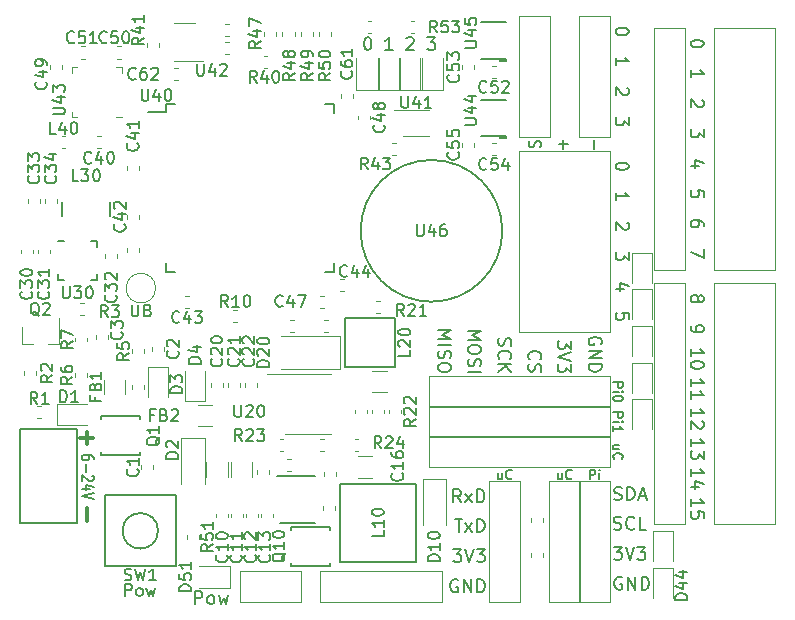
<source format=gto>
%TF.GenerationSoftware,KiCad,Pcbnew,5.1.5-52549c5~84~ubuntu16.04.1*%
%TF.CreationDate,2020-01-09T13:47:42+01:00*%
%TF.ProjectId,Hedgehog,48656467-6568-46f6-972e-6b696361645f,1.0*%
%TF.SameCoordinates,PX7270e00PY47868c0*%
%TF.FileFunction,Legend,Top*%
%TF.FilePolarity,Positive*%
%FSLAX46Y46*%
G04 Gerber Fmt 4.6, Leading zero omitted, Abs format (unit mm)*
G04 Created by KiCad (PCBNEW 5.1.5-52549c5~84~ubuntu16.04.1) date 2020-01-09 13:47:42*
%MOMM*%
%LPD*%
G04 APERTURE LIST*
%ADD10C,0.200000*%
%ADD11C,0.150000*%
%ADD12C,0.350000*%
%ADD13C,0.120000*%
G04 APERTURE END LIST*
D10*
X49178571Y-16419047D02*
X49178571Y-17180952D01*
X46628571Y-16419047D02*
X46628571Y-17180952D01*
X46247619Y-16800000D02*
X47009523Y-16800000D01*
X43745238Y-16514285D02*
X43697619Y-16657142D01*
X43697619Y-16895238D01*
X43745238Y-16990476D01*
X43792857Y-17038095D01*
X43888095Y-17085714D01*
X43983333Y-17085714D01*
X44078571Y-17038095D01*
X44126190Y-16990476D01*
X44173809Y-16895238D01*
X44221428Y-16704761D01*
X44269047Y-16609523D01*
X44316666Y-16561904D01*
X44411904Y-16514285D01*
X44507142Y-16514285D01*
X44602380Y-16561904D01*
X44650000Y-16609523D01*
X44697619Y-16704761D01*
X44697619Y-16942857D01*
X44650000Y-17085714D01*
X9511904Y-55052380D02*
X9511904Y-54052380D01*
X9892857Y-54052380D01*
X9988095Y-54100000D01*
X10035714Y-54147619D01*
X10083333Y-54242857D01*
X10083333Y-54385714D01*
X10035714Y-54480952D01*
X9988095Y-54528571D01*
X9892857Y-54576190D01*
X9511904Y-54576190D01*
X10654761Y-55052380D02*
X10559523Y-55004761D01*
X10511904Y-54957142D01*
X10464285Y-54861904D01*
X10464285Y-54576190D01*
X10511904Y-54480952D01*
X10559523Y-54433333D01*
X10654761Y-54385714D01*
X10797619Y-54385714D01*
X10892857Y-54433333D01*
X10940476Y-54480952D01*
X10988095Y-54576190D01*
X10988095Y-54861904D01*
X10940476Y-54957142D01*
X10892857Y-55004761D01*
X10797619Y-55052380D01*
X10654761Y-55052380D01*
X11321428Y-54385714D02*
X11511904Y-55052380D01*
X11702380Y-54576190D01*
X11892857Y-55052380D01*
X12083333Y-54385714D01*
X15438095Y-55747619D02*
X15438095Y-54647619D01*
X15857142Y-54647619D01*
X15961904Y-54700000D01*
X16014285Y-54752380D01*
X16066666Y-54857142D01*
X16066666Y-55014285D01*
X16014285Y-55119047D01*
X15961904Y-55171428D01*
X15857142Y-55223809D01*
X15438095Y-55223809D01*
X16695238Y-55747619D02*
X16590476Y-55695238D01*
X16538095Y-55642857D01*
X16485714Y-55538095D01*
X16485714Y-55223809D01*
X16538095Y-55119047D01*
X16590476Y-55066666D01*
X16695238Y-55014285D01*
X16852380Y-55014285D01*
X16957142Y-55066666D01*
X17009523Y-55119047D01*
X17061904Y-55223809D01*
X17061904Y-55538095D01*
X17009523Y-55642857D01*
X16957142Y-55695238D01*
X16852380Y-55747619D01*
X16695238Y-55747619D01*
X17428571Y-55014285D02*
X17638095Y-55747619D01*
X17847619Y-55223809D01*
X18057142Y-55747619D01*
X18266666Y-55014285D01*
X35083333Y-7747619D02*
X35764285Y-7747619D01*
X35397619Y-8166666D01*
X35554761Y-8166666D01*
X35659523Y-8219047D01*
X35711904Y-8271428D01*
X35764285Y-8376190D01*
X35764285Y-8638095D01*
X35711904Y-8742857D01*
X35659523Y-8795238D01*
X35554761Y-8847619D01*
X35240476Y-8847619D01*
X35135714Y-8795238D01*
X35083333Y-8742857D01*
X33335714Y-7852380D02*
X33388095Y-7800000D01*
X33492857Y-7747619D01*
X33754761Y-7747619D01*
X33859523Y-7800000D01*
X33911904Y-7852380D01*
X33964285Y-7957142D01*
X33964285Y-8061904D01*
X33911904Y-8219047D01*
X33283333Y-8847619D01*
X33964285Y-8847619D01*
X32164285Y-8847619D02*
X31535714Y-8847619D01*
X31850000Y-8847619D02*
X31850000Y-7747619D01*
X31745238Y-7904761D01*
X31640476Y-8009523D01*
X31535714Y-8061904D01*
X29997619Y-7747619D02*
X30102380Y-7747619D01*
X30207142Y-7800000D01*
X30259523Y-7852380D01*
X30311904Y-7957142D01*
X30364285Y-8166666D01*
X30364285Y-8428571D01*
X30311904Y-8638095D01*
X30259523Y-8742857D01*
X30207142Y-8795238D01*
X30102380Y-8847619D01*
X29997619Y-8847619D01*
X29892857Y-8795238D01*
X29840476Y-8742857D01*
X29788095Y-8638095D01*
X29735714Y-8428571D01*
X29735714Y-8166666D01*
X29788095Y-7957142D01*
X29840476Y-7852380D01*
X29892857Y-7800000D01*
X29997619Y-7747619D01*
X52146440Y-31645700D02*
X52146440Y-31121891D01*
X51622631Y-31069510D01*
X51675012Y-31121891D01*
X51727393Y-31226653D01*
X51727393Y-31488557D01*
X51675012Y-31593319D01*
X51622631Y-31645700D01*
X51517869Y-31698081D01*
X51255964Y-31698081D01*
X51151202Y-31645700D01*
X51098821Y-31593319D01*
X51046440Y-31488557D01*
X51046440Y-31226653D01*
X51098821Y-31121891D01*
X51151202Y-31069510D01*
X51779774Y-29053319D02*
X51046440Y-29053319D01*
X52198821Y-28791415D02*
X51413107Y-28529510D01*
X51413107Y-29210462D01*
D11*
X50838095Y-36969047D02*
X51638095Y-36969047D01*
X51638095Y-37273809D01*
X51600000Y-37350000D01*
X51561904Y-37388095D01*
X51485714Y-37426190D01*
X51371428Y-37426190D01*
X51295238Y-37388095D01*
X51257142Y-37350000D01*
X51219047Y-37273809D01*
X51219047Y-36969047D01*
X50838095Y-37769047D02*
X51371428Y-37769047D01*
X51638095Y-37769047D02*
X51600000Y-37730952D01*
X51561904Y-37769047D01*
X51600000Y-37807142D01*
X51638095Y-37769047D01*
X51561904Y-37769047D01*
X51638095Y-38302380D02*
X51638095Y-38378571D01*
X51600000Y-38454761D01*
X51561904Y-38492857D01*
X51485714Y-38530952D01*
X51333333Y-38569047D01*
X51142857Y-38569047D01*
X50990476Y-38530952D01*
X50914285Y-38492857D01*
X50876190Y-38454761D01*
X50838095Y-38378571D01*
X50838095Y-38302380D01*
X50876190Y-38226190D01*
X50914285Y-38188095D01*
X50990476Y-38150000D01*
X51142857Y-38111904D01*
X51333333Y-38111904D01*
X51485714Y-38150000D01*
X51561904Y-38188095D01*
X51600000Y-38226190D01*
X51638095Y-38302380D01*
X50838095Y-39519047D02*
X51638095Y-39519047D01*
X51638095Y-39823809D01*
X51600000Y-39900000D01*
X51561904Y-39938095D01*
X51485714Y-39976190D01*
X51371428Y-39976190D01*
X51295238Y-39938095D01*
X51257142Y-39900000D01*
X51219047Y-39823809D01*
X51219047Y-39519047D01*
X50838095Y-40319047D02*
X51371428Y-40319047D01*
X51638095Y-40319047D02*
X51600000Y-40280952D01*
X51561904Y-40319047D01*
X51600000Y-40357142D01*
X51638095Y-40319047D01*
X51561904Y-40319047D01*
X50838095Y-41119047D02*
X50838095Y-40661904D01*
X50838095Y-40890476D02*
X51638095Y-40890476D01*
X51523809Y-40814285D01*
X51447619Y-40738095D01*
X51409523Y-40661904D01*
X51371428Y-42621428D02*
X50838095Y-42621428D01*
X51371428Y-42278571D02*
X50952380Y-42278571D01*
X50876190Y-42316666D01*
X50838095Y-42392857D01*
X50838095Y-42507142D01*
X50876190Y-42583333D01*
X50914285Y-42621428D01*
X50914285Y-43459523D02*
X50876190Y-43421428D01*
X50838095Y-43307142D01*
X50838095Y-43230952D01*
X50876190Y-43116666D01*
X50952380Y-43040476D01*
X51028571Y-43002380D01*
X51180952Y-42964285D01*
X51295238Y-42964285D01*
X51447619Y-43002380D01*
X51523809Y-43040476D01*
X51600000Y-43116666D01*
X51638095Y-43230952D01*
X51638095Y-43307142D01*
X51600000Y-43421428D01*
X51561904Y-43459523D01*
D10*
X6847619Y-43502380D02*
X6847619Y-43350000D01*
X6800000Y-43273809D01*
X6752380Y-43235714D01*
X6609523Y-43159523D01*
X6419047Y-43121428D01*
X6038095Y-43121428D01*
X5942857Y-43159523D01*
X5895238Y-43197619D01*
X5847619Y-43273809D01*
X5847619Y-43426190D01*
X5895238Y-43502380D01*
X5942857Y-43540476D01*
X6038095Y-43578571D01*
X6276190Y-43578571D01*
X6371428Y-43540476D01*
X6419047Y-43502380D01*
X6466666Y-43426190D01*
X6466666Y-43273809D01*
X6419047Y-43197619D01*
X6371428Y-43159523D01*
X6276190Y-43121428D01*
X6228571Y-43921428D02*
X6228571Y-44530952D01*
X6752380Y-44873809D02*
X6800000Y-44911904D01*
X6847619Y-44988095D01*
X6847619Y-45178571D01*
X6800000Y-45254761D01*
X6752380Y-45292857D01*
X6657142Y-45330952D01*
X6561904Y-45330952D01*
X6419047Y-45292857D01*
X5847619Y-44835714D01*
X5847619Y-45330952D01*
X6514285Y-46016666D02*
X5847619Y-46016666D01*
X6895238Y-45826190D02*
X6180952Y-45635714D01*
X6180952Y-46130952D01*
X6847619Y-46321428D02*
X5847619Y-46588095D01*
X6847619Y-46854761D01*
D12*
X6250000Y-41166666D02*
X6250000Y-42233333D01*
X6783333Y-41700000D02*
X5716666Y-41700000D01*
X6250000Y-47616666D02*
X6250000Y-48683333D01*
D11*
X41421428Y-44628571D02*
X41421428Y-45161904D01*
X41078571Y-44628571D02*
X41078571Y-45047619D01*
X41116666Y-45123809D01*
X41192857Y-45161904D01*
X41307142Y-45161904D01*
X41383333Y-45123809D01*
X41421428Y-45085714D01*
X42259523Y-45085714D02*
X42221428Y-45123809D01*
X42107142Y-45161904D01*
X42030952Y-45161904D01*
X41916666Y-45123809D01*
X41840476Y-45047619D01*
X41802380Y-44971428D01*
X41764285Y-44819047D01*
X41764285Y-44704761D01*
X41802380Y-44552380D01*
X41840476Y-44476190D01*
X41916666Y-44400000D01*
X42030952Y-44361904D01*
X42107142Y-44361904D01*
X42221428Y-44400000D01*
X42259523Y-44438095D01*
X46471428Y-44628571D02*
X46471428Y-45161904D01*
X46128571Y-44628571D02*
X46128571Y-45047619D01*
X46166666Y-45123809D01*
X46242857Y-45161904D01*
X46357142Y-45161904D01*
X46433333Y-45123809D01*
X46471428Y-45085714D01*
X47309523Y-45085714D02*
X47271428Y-45123809D01*
X47157142Y-45161904D01*
X47080952Y-45161904D01*
X46966666Y-45123809D01*
X46890476Y-45047619D01*
X46852380Y-44971428D01*
X46814285Y-44819047D01*
X46814285Y-44704761D01*
X46852380Y-44552380D01*
X46890476Y-44476190D01*
X46966666Y-44400000D01*
X47080952Y-44361904D01*
X47157142Y-44361904D01*
X47271428Y-44400000D01*
X47309523Y-44438095D01*
X48850000Y-45161904D02*
X48850000Y-44361904D01*
X49154761Y-44361904D01*
X49230952Y-44400000D01*
X49269047Y-44438095D01*
X49307142Y-44514285D01*
X49307142Y-44628571D01*
X49269047Y-44704761D01*
X49230952Y-44742857D01*
X49154761Y-44780952D01*
X48850000Y-44780952D01*
X49650000Y-45161904D02*
X49650000Y-44628571D01*
X49650000Y-44361904D02*
X49611904Y-44400000D01*
X49650000Y-44438095D01*
X49688095Y-44400000D01*
X49650000Y-44361904D01*
X49650000Y-44438095D01*
D10*
X51046440Y-21538081D02*
X51046440Y-20909510D01*
X51046440Y-21223796D02*
X52146440Y-21223796D01*
X51989298Y-21119034D01*
X51884536Y-21014272D01*
X51832155Y-20909510D01*
X52146440Y-18631415D02*
X52146440Y-18736176D01*
X52094060Y-18840938D01*
X52041679Y-18893319D01*
X51936917Y-18945700D01*
X51727393Y-18998081D01*
X51465488Y-18998081D01*
X51255964Y-18945700D01*
X51151202Y-18893319D01*
X51098821Y-18840938D01*
X51046440Y-18736176D01*
X51046440Y-18631415D01*
X51098821Y-18526653D01*
X51151202Y-18474272D01*
X51255964Y-18421891D01*
X51465488Y-18369510D01*
X51727393Y-18369510D01*
X51936917Y-18421891D01*
X52041679Y-18474272D01*
X52094060Y-18526653D01*
X52146440Y-18631415D01*
X52041679Y-23449510D02*
X52094060Y-23501891D01*
X52146440Y-23606653D01*
X52146440Y-23868557D01*
X52094060Y-23973319D01*
X52041679Y-24025700D01*
X51936917Y-24078081D01*
X51832155Y-24078081D01*
X51675012Y-24025700D01*
X51046440Y-23397129D01*
X51046440Y-24078081D01*
X52146440Y-25937129D02*
X52146440Y-26618081D01*
X51727393Y-26251415D01*
X51727393Y-26408557D01*
X51675012Y-26513319D01*
X51622631Y-26565700D01*
X51517869Y-26618081D01*
X51255964Y-26618081D01*
X51151202Y-26565700D01*
X51098821Y-26513319D01*
X51046440Y-26408557D01*
X51046440Y-26094272D01*
X51098821Y-25989510D01*
X51151202Y-25937129D01*
X52152094Y-14518267D02*
X52152094Y-15199219D01*
X51733047Y-14832553D01*
X51733047Y-14989695D01*
X51680666Y-15094457D01*
X51628285Y-15146838D01*
X51523523Y-15199219D01*
X51261618Y-15199219D01*
X51156856Y-15146838D01*
X51104475Y-15094457D01*
X51052094Y-14989695D01*
X51052094Y-14675410D01*
X51104475Y-14570648D01*
X51156856Y-14518267D01*
X52047333Y-12030648D02*
X52099714Y-12083029D01*
X52152094Y-12187791D01*
X52152094Y-12449695D01*
X52099714Y-12554457D01*
X52047333Y-12606838D01*
X51942571Y-12659219D01*
X51837809Y-12659219D01*
X51680666Y-12606838D01*
X51052094Y-11978267D01*
X51052094Y-12659219D01*
X51052094Y-10119219D02*
X51052094Y-9490648D01*
X51052094Y-9804934D02*
X52152094Y-9804934D01*
X51994952Y-9700172D01*
X51890190Y-9595410D01*
X51837809Y-9490648D01*
X52152094Y-7212553D02*
X52152094Y-7317314D01*
X52099714Y-7422076D01*
X52047333Y-7474457D01*
X51942571Y-7526838D01*
X51733047Y-7579219D01*
X51471142Y-7579219D01*
X51261618Y-7526838D01*
X51156856Y-7474457D01*
X51104475Y-7422076D01*
X51052094Y-7317314D01*
X51052094Y-7212553D01*
X51104475Y-7107791D01*
X51156856Y-7055410D01*
X51261618Y-7003029D01*
X51471142Y-6950648D01*
X51733047Y-6950648D01*
X51942571Y-7003029D01*
X52047333Y-7055410D01*
X52099714Y-7107791D01*
X52152094Y-7212553D01*
X50914285Y-46895238D02*
X51071428Y-46947619D01*
X51333333Y-46947619D01*
X51438095Y-46895238D01*
X51490476Y-46842857D01*
X51542857Y-46738095D01*
X51542857Y-46633333D01*
X51490476Y-46528571D01*
X51438095Y-46476190D01*
X51333333Y-46423809D01*
X51123809Y-46371428D01*
X51019047Y-46319047D01*
X50966666Y-46266666D01*
X50914285Y-46161904D01*
X50914285Y-46057142D01*
X50966666Y-45952380D01*
X51019047Y-45900000D01*
X51123809Y-45847619D01*
X51385714Y-45847619D01*
X51542857Y-45900000D01*
X52014285Y-46947619D02*
X52014285Y-45847619D01*
X52276190Y-45847619D01*
X52433333Y-45900000D01*
X52538095Y-46004761D01*
X52590476Y-46109523D01*
X52642857Y-46319047D01*
X52642857Y-46476190D01*
X52590476Y-46685714D01*
X52538095Y-46790476D01*
X52433333Y-46895238D01*
X52276190Y-46947619D01*
X52014285Y-46947619D01*
X53061904Y-46633333D02*
X53585714Y-46633333D01*
X52957142Y-46947619D02*
X53323809Y-45847619D01*
X53690476Y-46947619D01*
X50890476Y-49395238D02*
X51047619Y-49447619D01*
X51309523Y-49447619D01*
X51414285Y-49395238D01*
X51466666Y-49342857D01*
X51519047Y-49238095D01*
X51519047Y-49133333D01*
X51466666Y-49028571D01*
X51414285Y-48976190D01*
X51309523Y-48923809D01*
X51100000Y-48871428D01*
X50995238Y-48819047D01*
X50942857Y-48766666D01*
X50890476Y-48661904D01*
X50890476Y-48557142D01*
X50942857Y-48452380D01*
X50995238Y-48400000D01*
X51100000Y-48347619D01*
X51361904Y-48347619D01*
X51519047Y-48400000D01*
X52619047Y-49342857D02*
X52566666Y-49395238D01*
X52409523Y-49447619D01*
X52304761Y-49447619D01*
X52147619Y-49395238D01*
X52042857Y-49290476D01*
X51990476Y-49185714D01*
X51938095Y-48976190D01*
X51938095Y-48819047D01*
X51990476Y-48609523D01*
X52042857Y-48504761D01*
X52147619Y-48400000D01*
X52304761Y-48347619D01*
X52409523Y-48347619D01*
X52566666Y-48400000D01*
X52619047Y-48452380D01*
X53614285Y-49447619D02*
X53090476Y-49447619D01*
X53090476Y-48347619D01*
X50888095Y-50897619D02*
X51569047Y-50897619D01*
X51202380Y-51316666D01*
X51359523Y-51316666D01*
X51464285Y-51369047D01*
X51516666Y-51421428D01*
X51569047Y-51526190D01*
X51569047Y-51788095D01*
X51516666Y-51892857D01*
X51464285Y-51945238D01*
X51359523Y-51997619D01*
X51045238Y-51997619D01*
X50940476Y-51945238D01*
X50888095Y-51892857D01*
X51883333Y-50897619D02*
X52250000Y-51997619D01*
X52616666Y-50897619D01*
X52878571Y-50897619D02*
X53559523Y-50897619D01*
X53192857Y-51316666D01*
X53350000Y-51316666D01*
X53454761Y-51369047D01*
X53507142Y-51421428D01*
X53559523Y-51526190D01*
X53559523Y-51788095D01*
X53507142Y-51892857D01*
X53454761Y-51945238D01*
X53350000Y-51997619D01*
X53035714Y-51997619D01*
X52930952Y-51945238D01*
X52878571Y-51892857D01*
X51561904Y-53500000D02*
X51457142Y-53447619D01*
X51300000Y-53447619D01*
X51142857Y-53500000D01*
X51038095Y-53604761D01*
X50985714Y-53709523D01*
X50933333Y-53919047D01*
X50933333Y-54076190D01*
X50985714Y-54285714D01*
X51038095Y-54390476D01*
X51142857Y-54495238D01*
X51300000Y-54547619D01*
X51404761Y-54547619D01*
X51561904Y-54495238D01*
X51614285Y-54442857D01*
X51614285Y-54076190D01*
X51404761Y-54076190D01*
X52085714Y-54547619D02*
X52085714Y-53447619D01*
X52714285Y-54547619D01*
X52714285Y-53447619D01*
X53238095Y-54547619D02*
X53238095Y-53447619D01*
X53500000Y-53447619D01*
X53657142Y-53500000D01*
X53761904Y-53604761D01*
X53814285Y-53709523D01*
X53866666Y-53919047D01*
X53866666Y-54076190D01*
X53814285Y-54285714D01*
X53761904Y-54390476D01*
X53657142Y-54495238D01*
X53500000Y-54547619D01*
X53238095Y-54547619D01*
X37945238Y-47147619D02*
X37578571Y-46623809D01*
X37316666Y-47147619D02*
X37316666Y-46047619D01*
X37735714Y-46047619D01*
X37840476Y-46100000D01*
X37892857Y-46152380D01*
X37945238Y-46257142D01*
X37945238Y-46414285D01*
X37892857Y-46519047D01*
X37840476Y-46571428D01*
X37735714Y-46623809D01*
X37316666Y-46623809D01*
X38311904Y-47147619D02*
X38888095Y-46414285D01*
X38311904Y-46414285D02*
X38888095Y-47147619D01*
X39307142Y-47147619D02*
X39307142Y-46047619D01*
X39569047Y-46047619D01*
X39726190Y-46100000D01*
X39830952Y-46204761D01*
X39883333Y-46309523D01*
X39935714Y-46519047D01*
X39935714Y-46676190D01*
X39883333Y-46885714D01*
X39830952Y-46990476D01*
X39726190Y-47095238D01*
X39569047Y-47147619D01*
X39307142Y-47147619D01*
X37440476Y-48547619D02*
X38069047Y-48547619D01*
X37754761Y-49647619D02*
X37754761Y-48547619D01*
X38330952Y-49647619D02*
X38907142Y-48914285D01*
X38330952Y-48914285D02*
X38907142Y-49647619D01*
X39326190Y-49647619D02*
X39326190Y-48547619D01*
X39588095Y-48547619D01*
X39745238Y-48600000D01*
X39850000Y-48704761D01*
X39902380Y-48809523D01*
X39954761Y-49019047D01*
X39954761Y-49176190D01*
X39902380Y-49385714D01*
X39850000Y-49490476D01*
X39745238Y-49595238D01*
X39588095Y-49647619D01*
X39326190Y-49647619D01*
X37288095Y-51097619D02*
X37969047Y-51097619D01*
X37602380Y-51516666D01*
X37759523Y-51516666D01*
X37864285Y-51569047D01*
X37916666Y-51621428D01*
X37969047Y-51726190D01*
X37969047Y-51988095D01*
X37916666Y-52092857D01*
X37864285Y-52145238D01*
X37759523Y-52197619D01*
X37445238Y-52197619D01*
X37340476Y-52145238D01*
X37288095Y-52092857D01*
X38283333Y-51097619D02*
X38650000Y-52197619D01*
X39016666Y-51097619D01*
X39278571Y-51097619D02*
X39959523Y-51097619D01*
X39592857Y-51516666D01*
X39750000Y-51516666D01*
X39854761Y-51569047D01*
X39907142Y-51621428D01*
X39959523Y-51726190D01*
X39959523Y-51988095D01*
X39907142Y-52092857D01*
X39854761Y-52145238D01*
X39750000Y-52197619D01*
X39435714Y-52197619D01*
X39330952Y-52145238D01*
X39278571Y-52092857D01*
X37661904Y-53700000D02*
X37557142Y-53647619D01*
X37400000Y-53647619D01*
X37242857Y-53700000D01*
X37138095Y-53804761D01*
X37085714Y-53909523D01*
X37033333Y-54119047D01*
X37033333Y-54276190D01*
X37085714Y-54485714D01*
X37138095Y-54590476D01*
X37242857Y-54695238D01*
X37400000Y-54747619D01*
X37504761Y-54747619D01*
X37661904Y-54695238D01*
X37714285Y-54642857D01*
X37714285Y-54276190D01*
X37504761Y-54276190D01*
X38185714Y-54747619D02*
X38185714Y-53647619D01*
X38814285Y-54747619D01*
X38814285Y-53647619D01*
X39338095Y-54747619D02*
X39338095Y-53647619D01*
X39600000Y-53647619D01*
X39757142Y-53700000D01*
X39861904Y-53804761D01*
X39914285Y-53909523D01*
X39966666Y-54119047D01*
X39966666Y-54276190D01*
X39914285Y-54485714D01*
X39861904Y-54590476D01*
X39757142Y-54695238D01*
X39600000Y-54747619D01*
X39338095Y-54747619D01*
X36002380Y-32571428D02*
X37102380Y-32571428D01*
X36316666Y-32938095D01*
X37102380Y-33304761D01*
X36002380Y-33304761D01*
X36002380Y-33828571D02*
X37102380Y-33828571D01*
X36054761Y-34300000D02*
X36002380Y-34457142D01*
X36002380Y-34719047D01*
X36054761Y-34823809D01*
X36107142Y-34876190D01*
X36211904Y-34928571D01*
X36316666Y-34928571D01*
X36421428Y-34876190D01*
X36473809Y-34823809D01*
X36526190Y-34719047D01*
X36578571Y-34509523D01*
X36630952Y-34404761D01*
X36683333Y-34352380D01*
X36788095Y-34300000D01*
X36892857Y-34300000D01*
X36997619Y-34352380D01*
X37050000Y-34404761D01*
X37102380Y-34509523D01*
X37102380Y-34771428D01*
X37050000Y-34928571D01*
X37102380Y-35609523D02*
X37102380Y-35819047D01*
X37050000Y-35923809D01*
X36945238Y-36028571D01*
X36735714Y-36080952D01*
X36369047Y-36080952D01*
X36159523Y-36028571D01*
X36054761Y-35923809D01*
X36002380Y-35819047D01*
X36002380Y-35609523D01*
X36054761Y-35504761D01*
X36159523Y-35400000D01*
X36369047Y-35347619D01*
X36735714Y-35347619D01*
X36945238Y-35400000D01*
X37050000Y-35504761D01*
X37102380Y-35609523D01*
X38552380Y-32621428D02*
X39652380Y-32621428D01*
X38866666Y-32988095D01*
X39652380Y-33354761D01*
X38552380Y-33354761D01*
X39652380Y-34088095D02*
X39652380Y-34297619D01*
X39600000Y-34402380D01*
X39495238Y-34507142D01*
X39285714Y-34559523D01*
X38919047Y-34559523D01*
X38709523Y-34507142D01*
X38604761Y-34402380D01*
X38552380Y-34297619D01*
X38552380Y-34088095D01*
X38604761Y-33983333D01*
X38709523Y-33878571D01*
X38919047Y-33826190D01*
X39285714Y-33826190D01*
X39495238Y-33878571D01*
X39600000Y-33983333D01*
X39652380Y-34088095D01*
X38604761Y-34978571D02*
X38552380Y-35135714D01*
X38552380Y-35397619D01*
X38604761Y-35502380D01*
X38657142Y-35554761D01*
X38761904Y-35607142D01*
X38866666Y-35607142D01*
X38971428Y-35554761D01*
X39023809Y-35502380D01*
X39076190Y-35397619D01*
X39128571Y-35188095D01*
X39180952Y-35083333D01*
X39233333Y-35030952D01*
X39338095Y-34978571D01*
X39442857Y-34978571D01*
X39547619Y-35030952D01*
X39600000Y-35083333D01*
X39652380Y-35188095D01*
X39652380Y-35450000D01*
X39600000Y-35607142D01*
X38552380Y-36078571D02*
X39652380Y-36078571D01*
X41154761Y-33235714D02*
X41102380Y-33392857D01*
X41102380Y-33654761D01*
X41154761Y-33759523D01*
X41207142Y-33811904D01*
X41311904Y-33864285D01*
X41416666Y-33864285D01*
X41521428Y-33811904D01*
X41573809Y-33759523D01*
X41626190Y-33654761D01*
X41678571Y-33445238D01*
X41730952Y-33340476D01*
X41783333Y-33288095D01*
X41888095Y-33235714D01*
X41992857Y-33235714D01*
X42097619Y-33288095D01*
X42150000Y-33340476D01*
X42202380Y-33445238D01*
X42202380Y-33707142D01*
X42150000Y-33864285D01*
X41207142Y-34964285D02*
X41154761Y-34911904D01*
X41102380Y-34754761D01*
X41102380Y-34650000D01*
X41154761Y-34492857D01*
X41259523Y-34388095D01*
X41364285Y-34335714D01*
X41573809Y-34283333D01*
X41730952Y-34283333D01*
X41940476Y-34335714D01*
X42045238Y-34388095D01*
X42150000Y-34492857D01*
X42202380Y-34650000D01*
X42202380Y-34754761D01*
X42150000Y-34911904D01*
X42097619Y-34964285D01*
X41102380Y-35435714D02*
X42202380Y-35435714D01*
X41102380Y-36064285D02*
X41730952Y-35592857D01*
X42202380Y-36064285D02*
X41573809Y-35435714D01*
X43757142Y-35016666D02*
X43704761Y-34964285D01*
X43652380Y-34807142D01*
X43652380Y-34702380D01*
X43704761Y-34545238D01*
X43809523Y-34440476D01*
X43914285Y-34388095D01*
X44123809Y-34335714D01*
X44280952Y-34335714D01*
X44490476Y-34388095D01*
X44595238Y-34440476D01*
X44700000Y-34545238D01*
X44752380Y-34702380D01*
X44752380Y-34807142D01*
X44700000Y-34964285D01*
X44647619Y-35016666D01*
X43704761Y-35435714D02*
X43652380Y-35592857D01*
X43652380Y-35854761D01*
X43704761Y-35959523D01*
X43757142Y-36011904D01*
X43861904Y-36064285D01*
X43966666Y-36064285D01*
X44071428Y-36011904D01*
X44123809Y-35959523D01*
X44176190Y-35854761D01*
X44228571Y-35645238D01*
X44280952Y-35540476D01*
X44333333Y-35488095D01*
X44438095Y-35435714D01*
X44542857Y-35435714D01*
X44647619Y-35488095D01*
X44700000Y-35540476D01*
X44752380Y-35645238D01*
X44752380Y-35907142D01*
X44700000Y-36064285D01*
X47252380Y-33438095D02*
X47252380Y-34119047D01*
X46833333Y-33752380D01*
X46833333Y-33909523D01*
X46780952Y-34014285D01*
X46728571Y-34066666D01*
X46623809Y-34119047D01*
X46361904Y-34119047D01*
X46257142Y-34066666D01*
X46204761Y-34014285D01*
X46152380Y-33909523D01*
X46152380Y-33595238D01*
X46204761Y-33490476D01*
X46257142Y-33438095D01*
X47252380Y-34433333D02*
X46152380Y-34800000D01*
X47252380Y-35166666D01*
X47252380Y-35428571D02*
X47252380Y-36109523D01*
X46833333Y-35742857D01*
X46833333Y-35900000D01*
X46780952Y-36004761D01*
X46728571Y-36057142D01*
X46623809Y-36109523D01*
X46361904Y-36109523D01*
X46257142Y-36057142D01*
X46204761Y-36004761D01*
X46152380Y-35900000D01*
X46152380Y-35585714D01*
X46204761Y-35480952D01*
X46257142Y-35428571D01*
X49800000Y-33761904D02*
X49852380Y-33657142D01*
X49852380Y-33500000D01*
X49800000Y-33342857D01*
X49695238Y-33238095D01*
X49590476Y-33185714D01*
X49380952Y-33133333D01*
X49223809Y-33133333D01*
X49014285Y-33185714D01*
X48909523Y-33238095D01*
X48804761Y-33342857D01*
X48752380Y-33500000D01*
X48752380Y-33604761D01*
X48804761Y-33761904D01*
X48857142Y-33814285D01*
X49223809Y-33814285D01*
X49223809Y-33604761D01*
X48752380Y-34285714D02*
X49852380Y-34285714D01*
X48752380Y-34914285D01*
X49852380Y-34914285D01*
X48752380Y-35438095D02*
X49852380Y-35438095D01*
X49852380Y-35700000D01*
X49800000Y-35857142D01*
X49695238Y-35961904D01*
X49590476Y-36014285D01*
X49380952Y-36066666D01*
X49223809Y-36066666D01*
X49014285Y-36014285D01*
X48909523Y-35961904D01*
X48804761Y-35857142D01*
X48752380Y-35700000D01*
X48752380Y-35438095D01*
X57402380Y-47470476D02*
X57402380Y-46841904D01*
X57402380Y-47156190D02*
X58502380Y-47156190D01*
X58345238Y-47051428D01*
X58240476Y-46946666D01*
X58188095Y-46841904D01*
X58502380Y-48465714D02*
X58502380Y-47941904D01*
X57978571Y-47889523D01*
X58030952Y-47941904D01*
X58083333Y-48046666D01*
X58083333Y-48308571D01*
X58030952Y-48413333D01*
X57978571Y-48465714D01*
X57873809Y-48518095D01*
X57611904Y-48518095D01*
X57507142Y-48465714D01*
X57454761Y-48413333D01*
X57402380Y-48308571D01*
X57402380Y-48046666D01*
X57454761Y-47941904D01*
X57507142Y-47889523D01*
X57402380Y-44930476D02*
X57402380Y-44301904D01*
X57402380Y-44616190D02*
X58502380Y-44616190D01*
X58345238Y-44511428D01*
X58240476Y-44406666D01*
X58188095Y-44301904D01*
X58135714Y-45873333D02*
X57402380Y-45873333D01*
X58554761Y-45611428D02*
X57769047Y-45349523D01*
X57769047Y-46030476D01*
X57402380Y-42390476D02*
X57402380Y-41761904D01*
X57402380Y-42076190D02*
X58502380Y-42076190D01*
X58345238Y-41971428D01*
X58240476Y-41866666D01*
X58188095Y-41761904D01*
X58502380Y-42757142D02*
X58502380Y-43438095D01*
X58083333Y-43071428D01*
X58083333Y-43228571D01*
X58030952Y-43333333D01*
X57978571Y-43385714D01*
X57873809Y-43438095D01*
X57611904Y-43438095D01*
X57507142Y-43385714D01*
X57454761Y-43333333D01*
X57402380Y-43228571D01*
X57402380Y-42914285D01*
X57454761Y-42809523D01*
X57507142Y-42757142D01*
X57402380Y-39850476D02*
X57402380Y-39221904D01*
X57402380Y-39536190D02*
X58502380Y-39536190D01*
X58345238Y-39431428D01*
X58240476Y-39326666D01*
X58188095Y-39221904D01*
X58397619Y-40269523D02*
X58450000Y-40321904D01*
X58502380Y-40426666D01*
X58502380Y-40688571D01*
X58450000Y-40793333D01*
X58397619Y-40845714D01*
X58292857Y-40898095D01*
X58188095Y-40898095D01*
X58030952Y-40845714D01*
X57402380Y-40217142D01*
X57402380Y-40898095D01*
X57402380Y-37310476D02*
X57402380Y-36681904D01*
X57402380Y-36996190D02*
X58502380Y-36996190D01*
X58345238Y-36891428D01*
X58240476Y-36786666D01*
X58188095Y-36681904D01*
X57402380Y-38358095D02*
X57402380Y-37729523D01*
X57402380Y-38043809D02*
X58502380Y-38043809D01*
X58345238Y-37939047D01*
X58240476Y-37834285D01*
X58188095Y-37729523D01*
X57402380Y-34770476D02*
X57402380Y-34141904D01*
X57402380Y-34456190D02*
X58502380Y-34456190D01*
X58345238Y-34351428D01*
X58240476Y-34246666D01*
X58188095Y-34141904D01*
X58502380Y-35451428D02*
X58502380Y-35556190D01*
X58450000Y-35660952D01*
X58397619Y-35713333D01*
X58292857Y-35765714D01*
X58083333Y-35818095D01*
X57821428Y-35818095D01*
X57611904Y-35765714D01*
X57507142Y-35713333D01*
X57454761Y-35660952D01*
X57402380Y-35556190D01*
X57402380Y-35451428D01*
X57454761Y-35346666D01*
X57507142Y-35294285D01*
X57611904Y-35241904D01*
X57821428Y-35189523D01*
X58083333Y-35189523D01*
X58292857Y-35241904D01*
X58397619Y-35294285D01*
X58450000Y-35346666D01*
X58502380Y-35451428D01*
X57402380Y-32230476D02*
X57402380Y-32440000D01*
X57454761Y-32544761D01*
X57507142Y-32597142D01*
X57664285Y-32701904D01*
X57873809Y-32754285D01*
X58292857Y-32754285D01*
X58397619Y-32701904D01*
X58450000Y-32649523D01*
X58502380Y-32544761D01*
X58502380Y-32335238D01*
X58450000Y-32230476D01*
X58397619Y-32178095D01*
X58292857Y-32125714D01*
X58030952Y-32125714D01*
X57926190Y-32178095D01*
X57873809Y-32230476D01*
X57821428Y-32335238D01*
X57821428Y-32544761D01*
X57873809Y-32649523D01*
X57926190Y-32701904D01*
X58030952Y-32754285D01*
X58030952Y-29795238D02*
X58083333Y-29690476D01*
X58135714Y-29638095D01*
X58240476Y-29585714D01*
X58292857Y-29585714D01*
X58397619Y-29638095D01*
X58450000Y-29690476D01*
X58502380Y-29795238D01*
X58502380Y-30004761D01*
X58450000Y-30109523D01*
X58397619Y-30161904D01*
X58292857Y-30214285D01*
X58240476Y-30214285D01*
X58135714Y-30161904D01*
X58083333Y-30109523D01*
X58030952Y-30004761D01*
X58030952Y-29795238D01*
X57978571Y-29690476D01*
X57926190Y-29638095D01*
X57821428Y-29585714D01*
X57611904Y-29585714D01*
X57507142Y-29638095D01*
X57454761Y-29690476D01*
X57402380Y-29795238D01*
X57402380Y-30004761D01*
X57454761Y-30109523D01*
X57507142Y-30161904D01*
X57611904Y-30214285D01*
X57821428Y-30214285D01*
X57926190Y-30161904D01*
X57978571Y-30109523D01*
X58030952Y-30004761D01*
X58502380Y-25713333D02*
X58502380Y-26446666D01*
X57402380Y-25975238D01*
X58502380Y-23749523D02*
X58502380Y-23540000D01*
X58450000Y-23435238D01*
X58397619Y-23382857D01*
X58240476Y-23278095D01*
X58030952Y-23225714D01*
X57611904Y-23225714D01*
X57507142Y-23278095D01*
X57454761Y-23330476D01*
X57402380Y-23435238D01*
X57402380Y-23644761D01*
X57454761Y-23749523D01*
X57507142Y-23801904D01*
X57611904Y-23854285D01*
X57873809Y-23854285D01*
X57978571Y-23801904D01*
X58030952Y-23749523D01*
X58083333Y-23644761D01*
X58083333Y-23435238D01*
X58030952Y-23330476D01*
X57978571Y-23278095D01*
X57873809Y-23225714D01*
X58502380Y-21261904D02*
X58502380Y-20738095D01*
X57978571Y-20685714D01*
X58030952Y-20738095D01*
X58083333Y-20842857D01*
X58083333Y-21104761D01*
X58030952Y-21209523D01*
X57978571Y-21261904D01*
X57873809Y-21314285D01*
X57611904Y-21314285D01*
X57507142Y-21261904D01*
X57454761Y-21209523D01*
X57402380Y-21104761D01*
X57402380Y-20842857D01*
X57454761Y-20738095D01*
X57507142Y-20685714D01*
X58135714Y-18669523D02*
X57402380Y-18669523D01*
X58554761Y-18407619D02*
X57769047Y-18145714D01*
X57769047Y-18826666D01*
X58502380Y-15553333D02*
X58502380Y-16234285D01*
X58083333Y-15867619D01*
X58083333Y-16024761D01*
X58030952Y-16129523D01*
X57978571Y-16181904D01*
X57873809Y-16234285D01*
X57611904Y-16234285D01*
X57507142Y-16181904D01*
X57454761Y-16129523D01*
X57402380Y-16024761D01*
X57402380Y-15710476D01*
X57454761Y-15605714D01*
X57507142Y-15553333D01*
X58397619Y-13065714D02*
X58450000Y-13118095D01*
X58502380Y-13222857D01*
X58502380Y-13484761D01*
X58450000Y-13589523D01*
X58397619Y-13641904D01*
X58292857Y-13694285D01*
X58188095Y-13694285D01*
X58030952Y-13641904D01*
X57402380Y-13013333D01*
X57402380Y-13694285D01*
X57402380Y-11154285D02*
X57402380Y-10525714D01*
X57402380Y-10840000D02*
X58502380Y-10840000D01*
X58345238Y-10735238D01*
X58240476Y-10630476D01*
X58188095Y-10525714D01*
X58502380Y-8247619D02*
X58502380Y-8352380D01*
X58450000Y-8457142D01*
X58397619Y-8509523D01*
X58292857Y-8561904D01*
X58083333Y-8614285D01*
X57821428Y-8614285D01*
X57611904Y-8561904D01*
X57507142Y-8509523D01*
X57454761Y-8457142D01*
X57402380Y-8352380D01*
X57402380Y-8247619D01*
X57454761Y-8142857D01*
X57507142Y-8090476D01*
X57611904Y-8038095D01*
X57821428Y-7985714D01*
X58083333Y-7985714D01*
X58292857Y-8038095D01*
X58397619Y-8090476D01*
X58450000Y-8142857D01*
X58502380Y-8247619D01*
D13*
%TO.C,R26*%
X23812779Y-31690000D02*
X23487221Y-31690000D01*
X23812779Y-32710000D02*
X23487221Y-32710000D01*
%TO.C,D4*%
X14600000Y-38550000D02*
X14600000Y-36000000D01*
X16300000Y-38550000D02*
X16300000Y-36000000D01*
X14600000Y-38550000D02*
X16300000Y-38550000D01*
%TO.C,R21*%
X31112779Y-30090000D02*
X30787221Y-30090000D01*
X31112779Y-31110000D02*
X30787221Y-31110000D01*
%TO.C,D20*%
X27750000Y-35850000D02*
X22750000Y-35850000D01*
X27750000Y-33050000D02*
X22750000Y-33050000D01*
X27750000Y-35850000D02*
X27750000Y-33050000D01*
D11*
%TO.C,U45*%
X41750000Y-9750000D02*
X41750000Y-9600000D01*
X41250000Y-9750000D02*
X41750000Y-9750000D01*
X41250000Y-9600000D02*
X41250000Y-9750000D01*
X39650000Y-6500000D02*
X41750000Y-6500000D01*
X39650000Y-9600000D02*
X41750000Y-9600000D01*
%TO.C,U44*%
X41750000Y-16300000D02*
X41750000Y-16150000D01*
X41250000Y-16300000D02*
X41750000Y-16300000D01*
X41250000Y-16150000D02*
X41250000Y-16300000D01*
X39650000Y-13050000D02*
X41750000Y-13050000D01*
X39650000Y-16150000D02*
X41750000Y-16150000D01*
D13*
%TO.C,U20*%
X21550000Y-36240000D02*
X26950000Y-36240000D01*
X23050000Y-41360000D02*
X26950000Y-41360000D01*
D11*
%TO.C,U30*%
X7100001Y-25050001D02*
X6600001Y-25050001D01*
X7100001Y-28300001D02*
X6600001Y-28300001D01*
X3850001Y-28300001D02*
X4350001Y-28300001D01*
X3850001Y-25050001D02*
X4350001Y-25050001D01*
X7100001Y-28300001D02*
X7100001Y-27800001D01*
X3850001Y-28300001D02*
X3850001Y-27800001D01*
X7100001Y-25050001D02*
X7100001Y-25550001D01*
%TO.C,L30*%
X4200000Y-22900000D02*
X4200000Y-21700000D01*
X8200000Y-22900000D02*
X8200000Y-21700000D01*
D13*
%TO.C,C34*%
X2740000Y-21437221D02*
X2740000Y-21762779D01*
X3760000Y-21437221D02*
X3760000Y-21762779D01*
%TO.C,C33*%
X1290000Y-21437221D02*
X1290000Y-21762779D01*
X2310000Y-21437221D02*
X2310000Y-21762779D01*
%TO.C,C32*%
X8860000Y-26412779D02*
X8860000Y-26087221D01*
X7840000Y-26412779D02*
X7840000Y-26087221D01*
%TO.C,C31*%
X3160000Y-26062779D02*
X3160000Y-25737221D01*
X2140000Y-26062779D02*
X2140000Y-25737221D01*
%TO.C,C30*%
X1710000Y-26062779D02*
X1710000Y-25737221D01*
X690000Y-26062779D02*
X690000Y-25737221D01*
D11*
%TO.C,U10*%
X25600000Y-44900000D02*
X22350000Y-44900000D01*
X25600000Y-48900000D02*
X22600000Y-48900000D01*
%TO.C,Q1*%
X10750000Y-40100000D02*
X10750000Y-39850000D01*
X7450000Y-40100000D02*
X7450000Y-39850000D01*
X7450000Y-43150000D02*
X7450000Y-42900000D01*
X10750000Y-43150000D02*
X10750000Y-42900000D01*
X7450000Y-43150000D02*
X10750000Y-43150000D01*
X7450000Y-39850000D02*
X10750000Y-39850000D01*
%TO.C,Q10*%
X26900000Y-49450000D02*
X26900000Y-49200000D01*
X23600000Y-49450000D02*
X23600000Y-49200000D01*
X23600000Y-52500000D02*
X23600000Y-52250000D01*
X26900000Y-52500000D02*
X26900000Y-52250000D01*
X23600000Y-52500000D02*
X26900000Y-52500000D01*
X23600000Y-49200000D02*
X26900000Y-49200000D01*
D13*
%TO.C,FB4*%
X20260000Y-44952064D02*
X20260000Y-43747936D01*
X18440000Y-44952064D02*
X18440000Y-43747936D01*
%TO.C,FB3*%
X18210000Y-44952064D02*
X18210000Y-43747936D01*
X16390000Y-44952064D02*
X16390000Y-43747936D01*
%TO.C,FB2*%
X16852064Y-38890000D02*
X15647936Y-38890000D01*
X16852064Y-40710000D02*
X15647936Y-40710000D01*
%TO.C,FB1*%
X7690000Y-36747936D02*
X7690000Y-37952064D01*
X9510000Y-36747936D02*
X9510000Y-37952064D01*
%TO.C,C1*%
X11910000Y-44312779D02*
X11910000Y-43987221D01*
X10890000Y-44312779D02*
X10890000Y-43987221D01*
%TO.C,C21*%
X19260000Y-37362779D02*
X19260000Y-37037221D01*
X18240000Y-37362779D02*
X18240000Y-37037221D01*
%TO.C,C20*%
X17810000Y-37362779D02*
X17810000Y-37037221D01*
X16790000Y-37362779D02*
X16790000Y-37037221D01*
%TO.C,J53*%
X50580000Y-17350000D02*
X45380000Y-17350000D01*
X50580000Y-32710000D02*
X50580000Y-17350000D01*
X50580000Y-32710000D02*
X45380000Y-32710000D01*
%TO.C,J52*%
X45500000Y-17350000D02*
X42840000Y-17350000D01*
X42840000Y-32710000D02*
X42840000Y-17350000D01*
X45500000Y-32710000D02*
X42840000Y-32710000D01*
D11*
%TO.C,SW1*%
X13800000Y-52550000D02*
X7800000Y-52550000D01*
X13800000Y-46550000D02*
X13800000Y-52550000D01*
X7800000Y-46550000D02*
X13800000Y-46550000D01*
X7800000Y-52550000D02*
X7800000Y-46550000D01*
X12300000Y-49550000D02*
G75*
G03X12300000Y-49550000I-1500000J0D01*
G01*
%TO.C,L10*%
X27750000Y-45550000D02*
X34150000Y-45550000D01*
X27750000Y-52150000D02*
X27750000Y-45550000D01*
X34150000Y-52150000D02*
X27750000Y-52150000D01*
X34150000Y-45550000D02*
X34150000Y-52150000D01*
%TO.C,L20*%
X28150000Y-31500000D02*
X32350000Y-31500000D01*
X28150000Y-35700000D02*
X28150000Y-31500000D01*
X32350000Y-35700000D02*
X28150000Y-35700000D01*
X32350000Y-31500000D02*
X32350000Y-35700000D01*
%TO.C,U46*%
X41450000Y-24150000D02*
G75*
G03X41450000Y-24150000I-6000000J0D01*
G01*
D13*
%TO.C,C63*%
X9690000Y-25637221D02*
X9690000Y-25962779D01*
X10710000Y-25637221D02*
X10710000Y-25962779D01*
%TO.C,C62*%
X13637221Y-11410000D02*
X13962779Y-11410000D01*
X13637221Y-10390000D02*
X13962779Y-10390000D01*
%TO.C,C61*%
X28810000Y-12862779D02*
X28810000Y-12537221D01*
X27790000Y-12862779D02*
X27790000Y-12537221D01*
%TO.C,C53*%
X38040000Y-10137221D02*
X38040000Y-10462779D01*
X39060000Y-10137221D02*
X39060000Y-10462779D01*
%TO.C,C52*%
X40912779Y-10190000D02*
X40587221Y-10190000D01*
X40912779Y-11210000D02*
X40587221Y-11210000D01*
%TO.C,C55*%
X38040000Y-16687221D02*
X38040000Y-17012779D01*
X39060000Y-16687221D02*
X39060000Y-17012779D01*
%TO.C,C54*%
X40912779Y-16740000D02*
X40587221Y-16740000D01*
X40912779Y-17760000D02*
X40587221Y-17760000D01*
%TO.C,C51*%
X5787221Y-9560000D02*
X6112779Y-9560000D01*
X5787221Y-8540000D02*
X6112779Y-8540000D01*
%TO.C,C50*%
X9162779Y-8540000D02*
X8837221Y-8540000D01*
X9162779Y-9560000D02*
X8837221Y-9560000D01*
%TO.C,C49*%
X3140000Y-10087221D02*
X3140000Y-10412779D01*
X4160000Y-10087221D02*
X4160000Y-10412779D01*
%TO.C,C48*%
X29240000Y-14387221D02*
X29240000Y-14712779D01*
X30260000Y-14387221D02*
X30260000Y-14712779D01*
%TO.C,C47*%
X26362779Y-29640000D02*
X26037221Y-29640000D01*
X26362779Y-30660000D02*
X26037221Y-30660000D01*
%TO.C,C44*%
X28062779Y-28240000D02*
X27737221Y-28240000D01*
X28062779Y-29260000D02*
X27737221Y-29260000D01*
%TO.C,C43*%
X14587221Y-30710000D02*
X14912779Y-30710000D01*
X14587221Y-29690000D02*
X14912779Y-29690000D01*
%TO.C,C42*%
X10710000Y-23112779D02*
X10710000Y-22787221D01*
X9690000Y-23112779D02*
X9690000Y-22787221D01*
%TO.C,C41*%
X9690000Y-18637221D02*
X9690000Y-18962779D01*
X10710000Y-18637221D02*
X10710000Y-18962779D01*
%TO.C,C40*%
X7137221Y-17160000D02*
X7462779Y-17160000D01*
X7137221Y-16140000D02*
X7462779Y-16140000D01*
%TO.C,C25*%
X26712779Y-31690000D02*
X26387221Y-31690000D01*
X26712779Y-32710000D02*
X26387221Y-32710000D01*
%TO.C,C24*%
X29960000Y-39612779D02*
X29960000Y-39287221D01*
X28940000Y-39612779D02*
X28940000Y-39287221D01*
%TO.C,C23*%
X31410000Y-39612779D02*
X31410000Y-39287221D01*
X30390000Y-39612779D02*
X30390000Y-39287221D01*
%TO.C,C22*%
X20710000Y-37362779D02*
X20710000Y-37037221D01*
X19690000Y-37362779D02*
X19690000Y-37037221D01*
%TO.C,C15*%
X26290000Y-47487221D02*
X26290000Y-47812779D01*
X27310000Y-47487221D02*
X27310000Y-47812779D01*
%TO.C,C14*%
X26390000Y-44587221D02*
X26390000Y-44912779D01*
X27410000Y-44587221D02*
X27410000Y-44912779D01*
%TO.C,C13*%
X22010000Y-48412779D02*
X22010000Y-48087221D01*
X20990000Y-48412779D02*
X20990000Y-48087221D01*
%TO.C,C12*%
X20760000Y-48412779D02*
X20760000Y-48087221D01*
X19740000Y-48412779D02*
X19740000Y-48087221D01*
%TO.C,C11*%
X19510000Y-48412779D02*
X19510000Y-48087221D01*
X18490000Y-48412779D02*
X18490000Y-48087221D01*
%TO.C,C10*%
X18260000Y-48412779D02*
X18260000Y-48087221D01*
X17240000Y-48412779D02*
X17240000Y-48087221D01*
%TO.C,C3*%
X8060000Y-33312779D02*
X8060000Y-32987221D01*
X7040000Y-33312779D02*
X7040000Y-32987221D01*
%TO.C,C2*%
X11790000Y-33987221D02*
X11790000Y-34312779D01*
X12810000Y-33987221D02*
X12810000Y-34312779D01*
%TO.C,C26*%
X31652064Y-35990000D02*
X30447936Y-35990000D01*
X31652064Y-37810000D02*
X30447936Y-37810000D01*
%TO.C,C16*%
X29247936Y-45060000D02*
X30452064Y-45060000D01*
X29247936Y-43240000D02*
X30452064Y-43240000D01*
%TO.C,Q2*%
X770000Y-33710000D02*
X770000Y-32250000D01*
X3930000Y-33710000D02*
X3930000Y-31550000D01*
X3930000Y-33710000D02*
X3000000Y-33710000D01*
X770000Y-33710000D02*
X1700000Y-33710000D01*
%TO.C,D50*%
X54150000Y-29100000D02*
X54150000Y-31650000D01*
X52450000Y-29100000D02*
X52450000Y-31650000D01*
X54150000Y-29100000D02*
X52450000Y-29100000D01*
%TO.C,D49*%
X54150000Y-26000000D02*
X54150000Y-28550000D01*
X52450000Y-26000000D02*
X52450000Y-28550000D01*
X54150000Y-26000000D02*
X52450000Y-26000000D01*
%TO.C,D48*%
X54150000Y-32200000D02*
X54150000Y-34750000D01*
X52450000Y-32200000D02*
X52450000Y-34750000D01*
X54150000Y-32200000D02*
X52450000Y-32200000D01*
%TO.C,D47*%
X54150000Y-35300000D02*
X54150000Y-37850000D01*
X52450000Y-35300000D02*
X52450000Y-37850000D01*
X54150000Y-35300000D02*
X52450000Y-35300000D01*
%TO.C,D46*%
X54150000Y-38400000D02*
X54150000Y-40950000D01*
X52450000Y-38400000D02*
X52450000Y-40950000D01*
X54150000Y-38400000D02*
X52450000Y-38400000D01*
%TO.C,D45*%
X55900000Y-49550000D02*
X55900000Y-52100000D01*
X54200000Y-49550000D02*
X54200000Y-52100000D01*
X55900000Y-49550000D02*
X54200000Y-49550000D01*
%TO.C,D44*%
X55900000Y-52700000D02*
X55900000Y-55250000D01*
X54200000Y-52700000D02*
X54200000Y-55250000D01*
X55900000Y-52700000D02*
X54200000Y-52700000D01*
%TO.C,D10*%
X36700000Y-45200000D02*
X36700000Y-49050000D01*
X34700000Y-45200000D02*
X34700000Y-49050000D01*
X36700000Y-45200000D02*
X34700000Y-45200000D01*
%TO.C,D3*%
X13150000Y-35700000D02*
X13150000Y-38250000D01*
X11450000Y-35700000D02*
X11450000Y-38250000D01*
X13150000Y-35700000D02*
X11450000Y-35700000D01*
%TO.C,D2*%
X16250000Y-41700000D02*
X16250000Y-45550000D01*
X14250000Y-41700000D02*
X14250000Y-45550000D01*
X16250000Y-41700000D02*
X14250000Y-41700000D01*
%TO.C,D1*%
X3750000Y-38850000D02*
X6300000Y-38850000D01*
X3750000Y-40550000D02*
X6300000Y-40550000D01*
X3750000Y-38850000D02*
X3750000Y-40550000D01*
%TO.C,J54*%
X42840000Y-5950000D02*
X42840000Y-16230000D01*
X42840000Y-16230000D02*
X45500000Y-16230000D01*
X45500000Y-16230000D02*
X45500000Y-5950000D01*
X42840000Y-5950000D02*
X45500000Y-5950000D01*
%TO.C,J55*%
X47920000Y-5950000D02*
X47920000Y-16230000D01*
X47920000Y-16230000D02*
X50580000Y-16230000D01*
X50580000Y-16230000D02*
X50580000Y-5950000D01*
X47920000Y-5950000D02*
X50580000Y-5950000D01*
%TO.C,J50*%
X64570000Y-6990000D02*
X64570000Y-27430000D01*
X64570000Y-27430000D02*
X59370000Y-27430000D01*
X59370000Y-27430000D02*
X59370000Y-6990000D01*
X59370000Y-6990000D02*
X64570000Y-6990000D01*
%TO.C,J51*%
X64570000Y-28560000D02*
X64570000Y-49000000D01*
X64570000Y-49000000D02*
X59370000Y-49000000D01*
X59370000Y-49000000D02*
X59370000Y-28560000D01*
X59370000Y-28560000D02*
X64570000Y-28560000D01*
%TO.C,J48*%
X54290000Y-6990000D02*
X56950000Y-6990000D01*
X56950000Y-27430000D02*
X56950000Y-6990000D01*
X54290000Y-27430000D02*
X56950000Y-27430000D01*
X54290000Y-6990000D02*
X54290000Y-27430000D01*
%TO.C,J49*%
X54290000Y-28560000D02*
X56950000Y-28560000D01*
X56950000Y-49000000D02*
X56950000Y-28560000D01*
X54290000Y-49000000D02*
X56950000Y-49000000D01*
X54290000Y-28560000D02*
X54290000Y-49000000D01*
%TO.C,J45*%
X50580000Y-36430000D02*
X35220000Y-36430000D01*
X35220000Y-36430000D02*
X35220000Y-39090000D01*
X35220000Y-39090000D02*
X50580000Y-39090000D01*
X50580000Y-36430000D02*
X50580000Y-39090000D01*
%TO.C,J46*%
X50580000Y-38970000D02*
X35220000Y-38970000D01*
X35220000Y-38970000D02*
X35220000Y-41630000D01*
X35220000Y-41630000D02*
X50580000Y-41630000D01*
X50580000Y-38970000D02*
X50580000Y-41630000D01*
%TO.C,J47*%
X50580000Y-41510000D02*
X35220000Y-41510000D01*
X35220000Y-41510000D02*
X35220000Y-44170000D01*
X35220000Y-44170000D02*
X50580000Y-44170000D01*
X50580000Y-41510000D02*
X50580000Y-44170000D01*
%TO.C,J42*%
X50580000Y-55580000D02*
X50580000Y-45300000D01*
X50580000Y-45300000D02*
X47920000Y-45300000D01*
X47920000Y-45300000D02*
X47920000Y-55580000D01*
X50580000Y-55580000D02*
X47920000Y-55580000D01*
%TO.C,J43*%
X36330000Y-52920000D02*
X26050000Y-52920000D01*
X26050000Y-52920000D02*
X26050000Y-55580000D01*
X26050000Y-55580000D02*
X36330000Y-55580000D01*
X36330000Y-52920000D02*
X36330000Y-55580000D01*
%TO.C,J44*%
X48040000Y-55580000D02*
X48040000Y-45300000D01*
X48040000Y-45300000D02*
X45380000Y-45300000D01*
X45380000Y-45300000D02*
X45380000Y-55580000D01*
X48040000Y-55580000D02*
X45380000Y-55580000D01*
%TO.C,J41*%
X42960000Y-55580000D02*
X42960000Y-45300000D01*
X42960000Y-45300000D02*
X40300000Y-45300000D01*
X40300000Y-45300000D02*
X40300000Y-55580000D01*
X42960000Y-55580000D02*
X40300000Y-55580000D01*
%TO.C,J2*%
X24420000Y-52920000D02*
X19220000Y-52920000D01*
X19220000Y-52920000D02*
X19220000Y-55580000D01*
X19220000Y-55580000D02*
X24420000Y-55580000D01*
X24420000Y-52920000D02*
X24420000Y-55580000D01*
%TO.C,U43*%
X8736191Y-14527500D02*
X9211191Y-14527500D01*
X4991191Y-10307500D02*
X4991191Y-10782500D01*
X5466191Y-10307500D02*
X4991191Y-10307500D01*
X9211191Y-10307500D02*
X9211191Y-10782500D01*
X8736191Y-10307500D02*
X9211191Y-10307500D01*
X4991191Y-14527500D02*
X4991191Y-14052500D01*
X5466191Y-14527500D02*
X4991191Y-14527500D01*
%TO.C,U42*%
X13650000Y-9810000D02*
X16100000Y-9810000D01*
X15450000Y-6590000D02*
X13650000Y-6590000D01*
%TO.C,U41*%
X35250000Y-13950000D02*
X32250000Y-13950000D01*
X35250000Y-16150000D02*
X33050000Y-16150000D01*
%TO.C,L40*%
X4137221Y-17160000D02*
X4462779Y-17160000D01*
X4137221Y-16140000D02*
X4462779Y-16140000D01*
%TO.C,D51*%
X18435000Y-52490000D02*
X15750000Y-52490000D01*
X18435000Y-54410000D02*
X18435000Y-52490000D01*
X15750000Y-54410000D02*
X18435000Y-54410000D01*
%TO.C,D43*%
X36410000Y-12185000D02*
X36410000Y-9500000D01*
X34490000Y-12185000D02*
X36410000Y-12185000D01*
X34490000Y-9500000D02*
X34490000Y-12185000D01*
%TO.C,D42*%
X34610000Y-12185000D02*
X34610000Y-9500000D01*
X32690000Y-12185000D02*
X34610000Y-12185000D01*
X32690000Y-9500000D02*
X32690000Y-12185000D01*
%TO.C,D41*%
X32810000Y-12185000D02*
X32810000Y-9500000D01*
X30890000Y-12185000D02*
X32810000Y-12185000D01*
X30890000Y-9500000D02*
X30890000Y-12185000D01*
%TO.C,D40*%
X31010000Y-12185000D02*
X31010000Y-9500000D01*
X29090000Y-12185000D02*
X31010000Y-12185000D01*
X29090000Y-9500000D02*
X29090000Y-12185000D01*
%TO.C,R25*%
X26312779Y-41740000D02*
X25987221Y-41740000D01*
X26312779Y-42760000D02*
X25987221Y-42760000D01*
%TO.C,R24*%
X29262779Y-41740000D02*
X28937221Y-41740000D01*
X29262779Y-42760000D02*
X28937221Y-42760000D01*
%TO.C,R23*%
X22587221Y-42760000D02*
X22912779Y-42760000D01*
X22587221Y-41740000D02*
X22912779Y-41740000D01*
%TO.C,R22*%
X31890000Y-39287221D02*
X31890000Y-39612779D01*
X32910000Y-39287221D02*
X32910000Y-39612779D01*
%TO.C,R12*%
X23237221Y-44510000D02*
X23562779Y-44510000D01*
X23237221Y-43490000D02*
X23562779Y-43490000D01*
%TO.C,R11*%
X21660000Y-44762779D02*
X21660000Y-44437221D01*
X20640000Y-44762779D02*
X20640000Y-44437221D01*
%TO.C,R10*%
X19012779Y-30840000D02*
X18687221Y-30840000D01*
X19012779Y-31860000D02*
X18687221Y-31860000D01*
%TO.C,R7*%
X6310000Y-33512779D02*
X6310000Y-33187221D01*
X5290000Y-33512779D02*
X5290000Y-33187221D01*
%TO.C,R6*%
X6310000Y-36512779D02*
X6310000Y-36187221D01*
X5290000Y-36512779D02*
X5290000Y-36187221D01*
%TO.C,R5*%
X11110000Y-34512779D02*
X11110000Y-34187221D01*
X10090000Y-34512779D02*
X10090000Y-34187221D01*
%TO.C,R4*%
X11110000Y-37562779D02*
X11110000Y-37237221D01*
X10090000Y-37562779D02*
X10090000Y-37237221D01*
%TO.C,R3*%
X6012779Y-30290000D02*
X5687221Y-30290000D01*
X6012779Y-31310000D02*
X5687221Y-31310000D01*
%TO.C,R2*%
X990000Y-36037221D02*
X990000Y-36362779D01*
X2010000Y-36037221D02*
X2010000Y-36362779D01*
%TO.C,R1*%
X2087221Y-40010000D02*
X2412779Y-40010000D01*
X2087221Y-38990000D02*
X2412779Y-38990000D01*
%TO.C,R51*%
X14740000Y-49887221D02*
X14740000Y-50212779D01*
X15760000Y-49887221D02*
X15760000Y-50212779D01*
%TO.C,R50*%
X25940000Y-7287221D02*
X25940000Y-7612779D01*
X26960000Y-7287221D02*
X26960000Y-7612779D01*
%TO.C,R49*%
X24390000Y-7287221D02*
X24390000Y-7612779D01*
X25410000Y-7287221D02*
X25410000Y-7612779D01*
%TO.C,R48*%
X22840000Y-7287221D02*
X22840000Y-7612779D01*
X23860000Y-7287221D02*
X23860000Y-7612779D01*
%TO.C,R47*%
X21290000Y-7287221D02*
X21290000Y-7612779D01*
X22310000Y-7287221D02*
X22310000Y-7612779D01*
%TO.C,R41*%
X12360000Y-8562779D02*
X12360000Y-8237221D01*
X11340000Y-8562779D02*
X11340000Y-8237221D01*
%TO.C,R46*%
X43890000Y-51437221D02*
X43890000Y-51762779D01*
X44910000Y-51437221D02*
X44910000Y-51762779D01*
%TO.C,R45*%
X43890000Y-48487221D02*
X43890000Y-48812779D01*
X44910000Y-48487221D02*
X44910000Y-48812779D01*
%TO.C,R44*%
X17987221Y-9160000D02*
X18312779Y-9160000D01*
X17987221Y-8140000D02*
X18312779Y-8140000D01*
%TO.C,R43*%
X32412779Y-16690000D02*
X32087221Y-16690000D01*
X32412779Y-17710000D02*
X32087221Y-17710000D01*
%TO.C,R40*%
X21237221Y-10360000D02*
X21562779Y-10360000D01*
X21237221Y-9340000D02*
X21562779Y-9340000D01*
%TO.C,R54*%
X17987221Y-7660000D02*
X18312779Y-7660000D01*
X17987221Y-6640000D02*
X18312779Y-6640000D01*
%TO.C,R53*%
X34012779Y-6390000D02*
X33687221Y-6390000D01*
X34012779Y-7410000D02*
X33687221Y-7410000D01*
%TO.C,R52*%
X30037221Y-7410000D02*
X30362779Y-7410000D01*
X30037221Y-6390000D02*
X30362779Y-6390000D01*
%TO.C,JP1*%
X12101000Y-29000000D02*
G75*
G03X12101000Y-29000000I-1251000J0D01*
G01*
D11*
%TO.C,U40*%
X12975000Y-14075000D02*
X11450000Y-14075000D01*
X27225000Y-13425000D02*
X26465000Y-13425000D01*
X27225000Y-27675000D02*
X26465000Y-27675000D01*
X12975000Y-27675000D02*
X13735000Y-27675000D01*
X12975000Y-13425000D02*
X13735000Y-13425000D01*
X12975000Y-27675000D02*
X12975000Y-26915000D01*
X27225000Y-27675000D02*
X27225000Y-26915000D01*
X27225000Y-13425000D02*
X27225000Y-14185000D01*
X12975000Y-13425000D02*
X12975000Y-14075000D01*
%TO.C,J1*%
X600000Y-48900000D02*
X5400000Y-48900000D01*
X600000Y-40950000D02*
X5400000Y-40950000D01*
X5400000Y-48900000D02*
X5400000Y-40950000D01*
X600000Y-48900000D02*
X600000Y-40950000D01*
%TO.C,D4*%
X15902380Y-35388095D02*
X14902380Y-35388095D01*
X14902380Y-35150000D01*
X14950000Y-35007142D01*
X15045238Y-34911904D01*
X15140476Y-34864285D01*
X15330952Y-34816666D01*
X15473809Y-34816666D01*
X15664285Y-34864285D01*
X15759523Y-34911904D01*
X15854761Y-35007142D01*
X15902380Y-35150000D01*
X15902380Y-35388095D01*
X15235714Y-33959523D02*
X15902380Y-33959523D01*
X14854761Y-34197619D02*
X15569047Y-34435714D01*
X15569047Y-33816666D01*
%TO.C,R21*%
X33107142Y-31352380D02*
X32773809Y-30876190D01*
X32535714Y-31352380D02*
X32535714Y-30352380D01*
X32916666Y-30352380D01*
X33011904Y-30400000D01*
X33059523Y-30447619D01*
X33107142Y-30542857D01*
X33107142Y-30685714D01*
X33059523Y-30780952D01*
X33011904Y-30828571D01*
X32916666Y-30876190D01*
X32535714Y-30876190D01*
X33488095Y-30447619D02*
X33535714Y-30400000D01*
X33630952Y-30352380D01*
X33869047Y-30352380D01*
X33964285Y-30400000D01*
X34011904Y-30447619D01*
X34059523Y-30542857D01*
X34059523Y-30638095D01*
X34011904Y-30780952D01*
X33440476Y-31352380D01*
X34059523Y-31352380D01*
X35011904Y-31352380D02*
X34440476Y-31352380D01*
X34726190Y-31352380D02*
X34726190Y-30352380D01*
X34630952Y-30495238D01*
X34535714Y-30590476D01*
X34440476Y-30638095D01*
%TO.C,D20*%
X21702380Y-35664285D02*
X20702380Y-35664285D01*
X20702380Y-35426190D01*
X20750000Y-35283333D01*
X20845238Y-35188095D01*
X20940476Y-35140476D01*
X21130952Y-35092857D01*
X21273809Y-35092857D01*
X21464285Y-35140476D01*
X21559523Y-35188095D01*
X21654761Y-35283333D01*
X21702380Y-35426190D01*
X21702380Y-35664285D01*
X20797619Y-34711904D02*
X20750000Y-34664285D01*
X20702380Y-34569047D01*
X20702380Y-34330952D01*
X20750000Y-34235714D01*
X20797619Y-34188095D01*
X20892857Y-34140476D01*
X20988095Y-34140476D01*
X21130952Y-34188095D01*
X21702380Y-34759523D01*
X21702380Y-34140476D01*
X20702380Y-33521428D02*
X20702380Y-33426190D01*
X20750000Y-33330952D01*
X20797619Y-33283333D01*
X20892857Y-33235714D01*
X21083333Y-33188095D01*
X21321428Y-33188095D01*
X21511904Y-33235714D01*
X21607142Y-33283333D01*
X21654761Y-33330952D01*
X21702380Y-33426190D01*
X21702380Y-33521428D01*
X21654761Y-33616666D01*
X21607142Y-33664285D01*
X21511904Y-33711904D01*
X21321428Y-33759523D01*
X21083333Y-33759523D01*
X20892857Y-33711904D01*
X20797619Y-33664285D01*
X20750000Y-33616666D01*
X20702380Y-33521428D01*
%TO.C,U45*%
X38252380Y-8638095D02*
X39061904Y-8638095D01*
X39157142Y-8590476D01*
X39204761Y-8542857D01*
X39252380Y-8447619D01*
X39252380Y-8257142D01*
X39204761Y-8161904D01*
X39157142Y-8114285D01*
X39061904Y-8066666D01*
X38252380Y-8066666D01*
X38585714Y-7161904D02*
X39252380Y-7161904D01*
X38204761Y-7400000D02*
X38919047Y-7638095D01*
X38919047Y-7019047D01*
X38252380Y-6161904D02*
X38252380Y-6638095D01*
X38728571Y-6685714D01*
X38680952Y-6638095D01*
X38633333Y-6542857D01*
X38633333Y-6304761D01*
X38680952Y-6209523D01*
X38728571Y-6161904D01*
X38823809Y-6114285D01*
X39061904Y-6114285D01*
X39157142Y-6161904D01*
X39204761Y-6209523D01*
X39252380Y-6304761D01*
X39252380Y-6542857D01*
X39204761Y-6638095D01*
X39157142Y-6685714D01*
%TO.C,U44*%
X38252380Y-15188095D02*
X39061904Y-15188095D01*
X39157142Y-15140476D01*
X39204761Y-15092857D01*
X39252380Y-14997619D01*
X39252380Y-14807142D01*
X39204761Y-14711904D01*
X39157142Y-14664285D01*
X39061904Y-14616666D01*
X38252380Y-14616666D01*
X38585714Y-13711904D02*
X39252380Y-13711904D01*
X38204761Y-13950000D02*
X38919047Y-14188095D01*
X38919047Y-13569047D01*
X38585714Y-12759523D02*
X39252380Y-12759523D01*
X38204761Y-12997619D02*
X38919047Y-13235714D01*
X38919047Y-12616666D01*
%TO.C,U20*%
X18761904Y-38902380D02*
X18761904Y-39711904D01*
X18809523Y-39807142D01*
X18857142Y-39854761D01*
X18952380Y-39902380D01*
X19142857Y-39902380D01*
X19238095Y-39854761D01*
X19285714Y-39807142D01*
X19333333Y-39711904D01*
X19333333Y-38902380D01*
X19761904Y-38997619D02*
X19809523Y-38950000D01*
X19904761Y-38902380D01*
X20142857Y-38902380D01*
X20238095Y-38950000D01*
X20285714Y-38997619D01*
X20333333Y-39092857D01*
X20333333Y-39188095D01*
X20285714Y-39330952D01*
X19714285Y-39902380D01*
X20333333Y-39902380D01*
X20952380Y-38902380D02*
X21047619Y-38902380D01*
X21142857Y-38950000D01*
X21190476Y-38997619D01*
X21238095Y-39092857D01*
X21285714Y-39283333D01*
X21285714Y-39521428D01*
X21238095Y-39711904D01*
X21190476Y-39807142D01*
X21142857Y-39854761D01*
X21047619Y-39902380D01*
X20952380Y-39902380D01*
X20857142Y-39854761D01*
X20809523Y-39807142D01*
X20761904Y-39711904D01*
X20714285Y-39521428D01*
X20714285Y-39283333D01*
X20761904Y-39092857D01*
X20809523Y-38997619D01*
X20857142Y-38950000D01*
X20952380Y-38902380D01*
%TO.C,U30*%
X4236905Y-28852380D02*
X4236905Y-29661904D01*
X4284524Y-29757142D01*
X4332143Y-29804761D01*
X4427381Y-29852380D01*
X4617858Y-29852380D01*
X4713096Y-29804761D01*
X4760715Y-29757142D01*
X4808334Y-29661904D01*
X4808334Y-28852380D01*
X5189286Y-28852380D02*
X5808334Y-28852380D01*
X5475001Y-29233333D01*
X5617858Y-29233333D01*
X5713096Y-29280952D01*
X5760715Y-29328571D01*
X5808334Y-29423809D01*
X5808334Y-29661904D01*
X5760715Y-29757142D01*
X5713096Y-29804761D01*
X5617858Y-29852380D01*
X5332143Y-29852380D01*
X5236905Y-29804761D01*
X5189286Y-29757142D01*
X6427381Y-28852380D02*
X6522620Y-28852380D01*
X6617858Y-28900000D01*
X6665477Y-28947619D01*
X6713096Y-29042857D01*
X6760715Y-29233333D01*
X6760715Y-29471428D01*
X6713096Y-29661904D01*
X6665477Y-29757142D01*
X6617858Y-29804761D01*
X6522620Y-29852380D01*
X6427381Y-29852380D01*
X6332143Y-29804761D01*
X6284524Y-29757142D01*
X6236905Y-29661904D01*
X6189286Y-29471428D01*
X6189286Y-29233333D01*
X6236905Y-29042857D01*
X6284524Y-28947619D01*
X6332143Y-28900000D01*
X6427381Y-28852380D01*
%TO.C,L30*%
X5557142Y-19952380D02*
X5080952Y-19952380D01*
X5080952Y-18952380D01*
X5795238Y-18952380D02*
X6414285Y-18952380D01*
X6080952Y-19333333D01*
X6223809Y-19333333D01*
X6319047Y-19380952D01*
X6366666Y-19428571D01*
X6414285Y-19523809D01*
X6414285Y-19761904D01*
X6366666Y-19857142D01*
X6319047Y-19904761D01*
X6223809Y-19952380D01*
X5938095Y-19952380D01*
X5842857Y-19904761D01*
X5795238Y-19857142D01*
X7033333Y-18952380D02*
X7128571Y-18952380D01*
X7223809Y-19000000D01*
X7271428Y-19047619D01*
X7319047Y-19142857D01*
X7366666Y-19333333D01*
X7366666Y-19571428D01*
X7319047Y-19761904D01*
X7271428Y-19857142D01*
X7223809Y-19904761D01*
X7128571Y-19952380D01*
X7033333Y-19952380D01*
X6938095Y-19904761D01*
X6890476Y-19857142D01*
X6842857Y-19761904D01*
X6795238Y-19571428D01*
X6795238Y-19333333D01*
X6842857Y-19142857D01*
X6890476Y-19047619D01*
X6938095Y-19000000D01*
X7033333Y-18952380D01*
%TO.C,C34*%
X3607142Y-19492857D02*
X3654761Y-19540476D01*
X3702380Y-19683333D01*
X3702380Y-19778571D01*
X3654761Y-19921428D01*
X3559523Y-20016666D01*
X3464285Y-20064285D01*
X3273809Y-20111904D01*
X3130952Y-20111904D01*
X2940476Y-20064285D01*
X2845238Y-20016666D01*
X2750000Y-19921428D01*
X2702380Y-19778571D01*
X2702380Y-19683333D01*
X2750000Y-19540476D01*
X2797619Y-19492857D01*
X2702380Y-19159523D02*
X2702380Y-18540476D01*
X3083333Y-18873809D01*
X3083333Y-18730952D01*
X3130952Y-18635714D01*
X3178571Y-18588095D01*
X3273809Y-18540476D01*
X3511904Y-18540476D01*
X3607142Y-18588095D01*
X3654761Y-18635714D01*
X3702380Y-18730952D01*
X3702380Y-19016666D01*
X3654761Y-19111904D01*
X3607142Y-19159523D01*
X3035714Y-17683333D02*
X3702380Y-17683333D01*
X2654761Y-17921428D02*
X3369047Y-18159523D01*
X3369047Y-17540476D01*
%TO.C,C33*%
X2157142Y-19492857D02*
X2204761Y-19540476D01*
X2252380Y-19683333D01*
X2252380Y-19778571D01*
X2204761Y-19921428D01*
X2109523Y-20016666D01*
X2014285Y-20064285D01*
X1823809Y-20111904D01*
X1680952Y-20111904D01*
X1490476Y-20064285D01*
X1395238Y-20016666D01*
X1300000Y-19921428D01*
X1252380Y-19778571D01*
X1252380Y-19683333D01*
X1300000Y-19540476D01*
X1347619Y-19492857D01*
X1252380Y-19159523D02*
X1252380Y-18540476D01*
X1633333Y-18873809D01*
X1633333Y-18730952D01*
X1680952Y-18635714D01*
X1728571Y-18588095D01*
X1823809Y-18540476D01*
X2061904Y-18540476D01*
X2157142Y-18588095D01*
X2204761Y-18635714D01*
X2252380Y-18730952D01*
X2252380Y-19016666D01*
X2204761Y-19111904D01*
X2157142Y-19159523D01*
X1252380Y-18207142D02*
X1252380Y-17588095D01*
X1633333Y-17921428D01*
X1633333Y-17778571D01*
X1680952Y-17683333D01*
X1728571Y-17635714D01*
X1823809Y-17588095D01*
X2061904Y-17588095D01*
X2157142Y-17635714D01*
X2204761Y-17683333D01*
X2252380Y-17778571D01*
X2252380Y-18064285D01*
X2204761Y-18159523D01*
X2157142Y-18207142D01*
%TO.C,C32*%
X8707142Y-29592857D02*
X8754761Y-29640476D01*
X8802380Y-29783333D01*
X8802380Y-29878571D01*
X8754761Y-30021428D01*
X8659523Y-30116666D01*
X8564285Y-30164285D01*
X8373809Y-30211904D01*
X8230952Y-30211904D01*
X8040476Y-30164285D01*
X7945238Y-30116666D01*
X7850000Y-30021428D01*
X7802380Y-29878571D01*
X7802380Y-29783333D01*
X7850000Y-29640476D01*
X7897619Y-29592857D01*
X7802380Y-29259523D02*
X7802380Y-28640476D01*
X8183333Y-28973809D01*
X8183333Y-28830952D01*
X8230952Y-28735714D01*
X8278571Y-28688095D01*
X8373809Y-28640476D01*
X8611904Y-28640476D01*
X8707142Y-28688095D01*
X8754761Y-28735714D01*
X8802380Y-28830952D01*
X8802380Y-29116666D01*
X8754761Y-29211904D01*
X8707142Y-29259523D01*
X7897619Y-28259523D02*
X7850000Y-28211904D01*
X7802380Y-28116666D01*
X7802380Y-27878571D01*
X7850000Y-27783333D01*
X7897619Y-27735714D01*
X7992857Y-27688095D01*
X8088095Y-27688095D01*
X8230952Y-27735714D01*
X8802380Y-28307142D01*
X8802380Y-27688095D01*
%TO.C,C31*%
X3007142Y-29292857D02*
X3054761Y-29340476D01*
X3102380Y-29483333D01*
X3102380Y-29578571D01*
X3054761Y-29721428D01*
X2959523Y-29816666D01*
X2864285Y-29864285D01*
X2673809Y-29911904D01*
X2530952Y-29911904D01*
X2340476Y-29864285D01*
X2245238Y-29816666D01*
X2150000Y-29721428D01*
X2102380Y-29578571D01*
X2102380Y-29483333D01*
X2150000Y-29340476D01*
X2197619Y-29292857D01*
X2102380Y-28959523D02*
X2102380Y-28340476D01*
X2483333Y-28673809D01*
X2483333Y-28530952D01*
X2530952Y-28435714D01*
X2578571Y-28388095D01*
X2673809Y-28340476D01*
X2911904Y-28340476D01*
X3007142Y-28388095D01*
X3054761Y-28435714D01*
X3102380Y-28530952D01*
X3102380Y-28816666D01*
X3054761Y-28911904D01*
X3007142Y-28959523D01*
X3102380Y-27388095D02*
X3102380Y-27959523D01*
X3102380Y-27673809D02*
X2102380Y-27673809D01*
X2245238Y-27769047D01*
X2340476Y-27864285D01*
X2388095Y-27959523D01*
%TO.C,C30*%
X1557142Y-29292857D02*
X1604761Y-29340476D01*
X1652380Y-29483333D01*
X1652380Y-29578571D01*
X1604761Y-29721428D01*
X1509523Y-29816666D01*
X1414285Y-29864285D01*
X1223809Y-29911904D01*
X1080952Y-29911904D01*
X890476Y-29864285D01*
X795238Y-29816666D01*
X700000Y-29721428D01*
X652380Y-29578571D01*
X652380Y-29483333D01*
X700000Y-29340476D01*
X747619Y-29292857D01*
X652380Y-28959523D02*
X652380Y-28340476D01*
X1033333Y-28673809D01*
X1033333Y-28530952D01*
X1080952Y-28435714D01*
X1128571Y-28388095D01*
X1223809Y-28340476D01*
X1461904Y-28340476D01*
X1557142Y-28388095D01*
X1604761Y-28435714D01*
X1652380Y-28530952D01*
X1652380Y-28816666D01*
X1604761Y-28911904D01*
X1557142Y-28959523D01*
X652380Y-27721428D02*
X652380Y-27626190D01*
X700000Y-27530952D01*
X747619Y-27483333D01*
X842857Y-27435714D01*
X1033333Y-27388095D01*
X1271428Y-27388095D01*
X1461904Y-27435714D01*
X1557142Y-27483333D01*
X1604761Y-27530952D01*
X1652380Y-27626190D01*
X1652380Y-27721428D01*
X1604761Y-27816666D01*
X1557142Y-27864285D01*
X1461904Y-27911904D01*
X1271428Y-27959523D01*
X1033333Y-27959523D01*
X842857Y-27911904D01*
X747619Y-27864285D01*
X700000Y-27816666D01*
X652380Y-27721428D01*
%TO.C,Q1*%
X12447619Y-41595238D02*
X12400000Y-41690476D01*
X12304761Y-41785714D01*
X12161904Y-41928571D01*
X12114285Y-42023809D01*
X12114285Y-42119047D01*
X12352380Y-42071428D02*
X12304761Y-42166666D01*
X12209523Y-42261904D01*
X12019047Y-42309523D01*
X11685714Y-42309523D01*
X11495238Y-42261904D01*
X11400000Y-42166666D01*
X11352380Y-42071428D01*
X11352380Y-41880952D01*
X11400000Y-41785714D01*
X11495238Y-41690476D01*
X11685714Y-41642857D01*
X12019047Y-41642857D01*
X12209523Y-41690476D01*
X12304761Y-41785714D01*
X12352380Y-41880952D01*
X12352380Y-42071428D01*
X12352380Y-40690476D02*
X12352380Y-41261904D01*
X12352380Y-40976190D02*
X11352380Y-40976190D01*
X11495238Y-41071428D01*
X11590476Y-41166666D01*
X11638095Y-41261904D01*
%TO.C,Q10*%
X23097619Y-51421428D02*
X23050000Y-51516666D01*
X22954761Y-51611904D01*
X22811904Y-51754761D01*
X22764285Y-51850000D01*
X22764285Y-51945238D01*
X23002380Y-51897619D02*
X22954761Y-51992857D01*
X22859523Y-52088095D01*
X22669047Y-52135714D01*
X22335714Y-52135714D01*
X22145238Y-52088095D01*
X22050000Y-51992857D01*
X22002380Y-51897619D01*
X22002380Y-51707142D01*
X22050000Y-51611904D01*
X22145238Y-51516666D01*
X22335714Y-51469047D01*
X22669047Y-51469047D01*
X22859523Y-51516666D01*
X22954761Y-51611904D01*
X23002380Y-51707142D01*
X23002380Y-51897619D01*
X23002380Y-50516666D02*
X23002380Y-51088095D01*
X23002380Y-50802380D02*
X22002380Y-50802380D01*
X22145238Y-50897619D01*
X22240476Y-50992857D01*
X22288095Y-51088095D01*
X22002380Y-49897619D02*
X22002380Y-49802380D01*
X22050000Y-49707142D01*
X22097619Y-49659523D01*
X22192857Y-49611904D01*
X22383333Y-49564285D01*
X22621428Y-49564285D01*
X22811904Y-49611904D01*
X22907142Y-49659523D01*
X22954761Y-49707142D01*
X23002380Y-49802380D01*
X23002380Y-49897619D01*
X22954761Y-49992857D01*
X22907142Y-50040476D01*
X22811904Y-50088095D01*
X22621428Y-50135714D01*
X22383333Y-50135714D01*
X22192857Y-50088095D01*
X22097619Y-50040476D01*
X22050000Y-49992857D01*
X22002380Y-49897619D01*
%TO.C,FB2*%
X11966666Y-39728571D02*
X11633333Y-39728571D01*
X11633333Y-40252380D02*
X11633333Y-39252380D01*
X12109523Y-39252380D01*
X12823809Y-39728571D02*
X12966666Y-39776190D01*
X13014285Y-39823809D01*
X13061904Y-39919047D01*
X13061904Y-40061904D01*
X13014285Y-40157142D01*
X12966666Y-40204761D01*
X12871428Y-40252380D01*
X12490476Y-40252380D01*
X12490476Y-39252380D01*
X12823809Y-39252380D01*
X12919047Y-39300000D01*
X12966666Y-39347619D01*
X13014285Y-39442857D01*
X13014285Y-39538095D01*
X12966666Y-39633333D01*
X12919047Y-39680952D01*
X12823809Y-39728571D01*
X12490476Y-39728571D01*
X13442857Y-39347619D02*
X13490476Y-39300000D01*
X13585714Y-39252380D01*
X13823809Y-39252380D01*
X13919047Y-39300000D01*
X13966666Y-39347619D01*
X14014285Y-39442857D01*
X14014285Y-39538095D01*
X13966666Y-39680952D01*
X13395238Y-40252380D01*
X14014285Y-40252380D01*
%TO.C,FB1*%
X6978571Y-38183333D02*
X6978571Y-38516666D01*
X7502380Y-38516666D02*
X6502380Y-38516666D01*
X6502380Y-38040476D01*
X6978571Y-37326190D02*
X7026190Y-37183333D01*
X7073809Y-37135714D01*
X7169047Y-37088095D01*
X7311904Y-37088095D01*
X7407142Y-37135714D01*
X7454761Y-37183333D01*
X7502380Y-37278571D01*
X7502380Y-37659523D01*
X6502380Y-37659523D01*
X6502380Y-37326190D01*
X6550000Y-37230952D01*
X6597619Y-37183333D01*
X6692857Y-37135714D01*
X6788095Y-37135714D01*
X6883333Y-37183333D01*
X6930952Y-37230952D01*
X6978571Y-37326190D01*
X6978571Y-37659523D01*
X7502380Y-36135714D02*
X7502380Y-36707142D01*
X7502380Y-36421428D02*
X6502380Y-36421428D01*
X6645238Y-36516666D01*
X6740476Y-36611904D01*
X6788095Y-36707142D01*
%TO.C,C1*%
X10557142Y-44316666D02*
X10604761Y-44364285D01*
X10652380Y-44507142D01*
X10652380Y-44602380D01*
X10604761Y-44745238D01*
X10509523Y-44840476D01*
X10414285Y-44888095D01*
X10223809Y-44935714D01*
X10080952Y-44935714D01*
X9890476Y-44888095D01*
X9795238Y-44840476D01*
X9700000Y-44745238D01*
X9652380Y-44602380D01*
X9652380Y-44507142D01*
X9700000Y-44364285D01*
X9747619Y-44316666D01*
X10652380Y-43364285D02*
X10652380Y-43935714D01*
X10652380Y-43650000D02*
X9652380Y-43650000D01*
X9795238Y-43745238D01*
X9890476Y-43840476D01*
X9938095Y-43935714D01*
%TO.C,C21*%
X19107142Y-34992857D02*
X19154761Y-35040476D01*
X19202380Y-35183333D01*
X19202380Y-35278571D01*
X19154761Y-35421428D01*
X19059523Y-35516666D01*
X18964285Y-35564285D01*
X18773809Y-35611904D01*
X18630952Y-35611904D01*
X18440476Y-35564285D01*
X18345238Y-35516666D01*
X18250000Y-35421428D01*
X18202380Y-35278571D01*
X18202380Y-35183333D01*
X18250000Y-35040476D01*
X18297619Y-34992857D01*
X18297619Y-34611904D02*
X18250000Y-34564285D01*
X18202380Y-34469047D01*
X18202380Y-34230952D01*
X18250000Y-34135714D01*
X18297619Y-34088095D01*
X18392857Y-34040476D01*
X18488095Y-34040476D01*
X18630952Y-34088095D01*
X19202380Y-34659523D01*
X19202380Y-34040476D01*
X19202380Y-33088095D02*
X19202380Y-33659523D01*
X19202380Y-33373809D02*
X18202380Y-33373809D01*
X18345238Y-33469047D01*
X18440476Y-33564285D01*
X18488095Y-33659523D01*
%TO.C,C20*%
X17657142Y-34992857D02*
X17704761Y-35040476D01*
X17752380Y-35183333D01*
X17752380Y-35278571D01*
X17704761Y-35421428D01*
X17609523Y-35516666D01*
X17514285Y-35564285D01*
X17323809Y-35611904D01*
X17180952Y-35611904D01*
X16990476Y-35564285D01*
X16895238Y-35516666D01*
X16800000Y-35421428D01*
X16752380Y-35278571D01*
X16752380Y-35183333D01*
X16800000Y-35040476D01*
X16847619Y-34992857D01*
X16847619Y-34611904D02*
X16800000Y-34564285D01*
X16752380Y-34469047D01*
X16752380Y-34230952D01*
X16800000Y-34135714D01*
X16847619Y-34088095D01*
X16942857Y-34040476D01*
X17038095Y-34040476D01*
X17180952Y-34088095D01*
X17752380Y-34659523D01*
X17752380Y-34040476D01*
X16752380Y-33421428D02*
X16752380Y-33326190D01*
X16800000Y-33230952D01*
X16847619Y-33183333D01*
X16942857Y-33135714D01*
X17133333Y-33088095D01*
X17371428Y-33088095D01*
X17561904Y-33135714D01*
X17657142Y-33183333D01*
X17704761Y-33230952D01*
X17752380Y-33326190D01*
X17752380Y-33421428D01*
X17704761Y-33516666D01*
X17657142Y-33564285D01*
X17561904Y-33611904D01*
X17371428Y-33659523D01*
X17133333Y-33659523D01*
X16942857Y-33611904D01*
X16847619Y-33564285D01*
X16800000Y-33516666D01*
X16752380Y-33421428D01*
%TO.C,SW1*%
X9466666Y-53704761D02*
X9609523Y-53752380D01*
X9847619Y-53752380D01*
X9942857Y-53704761D01*
X9990476Y-53657142D01*
X10038095Y-53561904D01*
X10038095Y-53466666D01*
X9990476Y-53371428D01*
X9942857Y-53323809D01*
X9847619Y-53276190D01*
X9657142Y-53228571D01*
X9561904Y-53180952D01*
X9514285Y-53133333D01*
X9466666Y-53038095D01*
X9466666Y-52942857D01*
X9514285Y-52847619D01*
X9561904Y-52800000D01*
X9657142Y-52752380D01*
X9895238Y-52752380D01*
X10038095Y-52800000D01*
X10371428Y-52752380D02*
X10609523Y-53752380D01*
X10800000Y-53038095D01*
X10990476Y-53752380D01*
X11228571Y-52752380D01*
X12133333Y-53752380D02*
X11561904Y-53752380D01*
X11847619Y-53752380D02*
X11847619Y-52752380D01*
X11752380Y-52895238D01*
X11657142Y-52990476D01*
X11561904Y-53038095D01*
%TO.C,L10*%
X31402380Y-49492857D02*
X31402380Y-49969047D01*
X30402380Y-49969047D01*
X31402380Y-48635714D02*
X31402380Y-49207142D01*
X31402380Y-48921428D02*
X30402380Y-48921428D01*
X30545238Y-49016666D01*
X30640476Y-49111904D01*
X30688095Y-49207142D01*
X30402380Y-48016666D02*
X30402380Y-47921428D01*
X30450000Y-47826190D01*
X30497619Y-47778571D01*
X30592857Y-47730952D01*
X30783333Y-47683333D01*
X31021428Y-47683333D01*
X31211904Y-47730952D01*
X31307142Y-47778571D01*
X31354761Y-47826190D01*
X31402380Y-47921428D01*
X31402380Y-48016666D01*
X31354761Y-48111904D01*
X31307142Y-48159523D01*
X31211904Y-48207142D01*
X31021428Y-48254761D01*
X30783333Y-48254761D01*
X30592857Y-48207142D01*
X30497619Y-48159523D01*
X30450000Y-48111904D01*
X30402380Y-48016666D01*
%TO.C,L20*%
X33652380Y-34242857D02*
X33652380Y-34719047D01*
X32652380Y-34719047D01*
X32747619Y-33957142D02*
X32700000Y-33909523D01*
X32652380Y-33814285D01*
X32652380Y-33576190D01*
X32700000Y-33480952D01*
X32747619Y-33433333D01*
X32842857Y-33385714D01*
X32938095Y-33385714D01*
X33080952Y-33433333D01*
X33652380Y-34004761D01*
X33652380Y-33385714D01*
X32652380Y-32766666D02*
X32652380Y-32671428D01*
X32700000Y-32576190D01*
X32747619Y-32528571D01*
X32842857Y-32480952D01*
X33033333Y-32433333D01*
X33271428Y-32433333D01*
X33461904Y-32480952D01*
X33557142Y-32528571D01*
X33604761Y-32576190D01*
X33652380Y-32671428D01*
X33652380Y-32766666D01*
X33604761Y-32861904D01*
X33557142Y-32909523D01*
X33461904Y-32957142D01*
X33271428Y-33004761D01*
X33033333Y-33004761D01*
X32842857Y-32957142D01*
X32747619Y-32909523D01*
X32700000Y-32861904D01*
X32652380Y-32766666D01*
%TO.C,U46*%
X34211904Y-23602380D02*
X34211904Y-24411904D01*
X34259523Y-24507142D01*
X34307142Y-24554761D01*
X34402380Y-24602380D01*
X34592857Y-24602380D01*
X34688095Y-24554761D01*
X34735714Y-24507142D01*
X34783333Y-24411904D01*
X34783333Y-23602380D01*
X35688095Y-23935714D02*
X35688095Y-24602380D01*
X35450000Y-23554761D02*
X35211904Y-24269047D01*
X35830952Y-24269047D01*
X36640476Y-23602380D02*
X36450000Y-23602380D01*
X36354761Y-23650000D01*
X36307142Y-23697619D01*
X36211904Y-23840476D01*
X36164285Y-24030952D01*
X36164285Y-24411904D01*
X36211904Y-24507142D01*
X36259523Y-24554761D01*
X36354761Y-24602380D01*
X36545238Y-24602380D01*
X36640476Y-24554761D01*
X36688095Y-24507142D01*
X36735714Y-24411904D01*
X36735714Y-24173809D01*
X36688095Y-24078571D01*
X36640476Y-24030952D01*
X36545238Y-23983333D01*
X36354761Y-23983333D01*
X36259523Y-24030952D01*
X36211904Y-24078571D01*
X36164285Y-24173809D01*
%TO.C,C62*%
X10407142Y-11257142D02*
X10359523Y-11304761D01*
X10216666Y-11352380D01*
X10121428Y-11352380D01*
X9978571Y-11304761D01*
X9883333Y-11209523D01*
X9835714Y-11114285D01*
X9788095Y-10923809D01*
X9788095Y-10780952D01*
X9835714Y-10590476D01*
X9883333Y-10495238D01*
X9978571Y-10400000D01*
X10121428Y-10352380D01*
X10216666Y-10352380D01*
X10359523Y-10400000D01*
X10407142Y-10447619D01*
X11264285Y-10352380D02*
X11073809Y-10352380D01*
X10978571Y-10400000D01*
X10930952Y-10447619D01*
X10835714Y-10590476D01*
X10788095Y-10780952D01*
X10788095Y-11161904D01*
X10835714Y-11257142D01*
X10883333Y-11304761D01*
X10978571Y-11352380D01*
X11169047Y-11352380D01*
X11264285Y-11304761D01*
X11311904Y-11257142D01*
X11359523Y-11161904D01*
X11359523Y-10923809D01*
X11311904Y-10828571D01*
X11264285Y-10780952D01*
X11169047Y-10733333D01*
X10978571Y-10733333D01*
X10883333Y-10780952D01*
X10835714Y-10828571D01*
X10788095Y-10923809D01*
X11740476Y-10447619D02*
X11788095Y-10400000D01*
X11883333Y-10352380D01*
X12121428Y-10352380D01*
X12216666Y-10400000D01*
X12264285Y-10447619D01*
X12311904Y-10542857D01*
X12311904Y-10638095D01*
X12264285Y-10780952D01*
X11692857Y-11352380D01*
X12311904Y-11352380D01*
%TO.C,C61*%
X28657142Y-10642857D02*
X28704761Y-10690476D01*
X28752380Y-10833333D01*
X28752380Y-10928571D01*
X28704761Y-11071428D01*
X28609523Y-11166666D01*
X28514285Y-11214285D01*
X28323809Y-11261904D01*
X28180952Y-11261904D01*
X27990476Y-11214285D01*
X27895238Y-11166666D01*
X27800000Y-11071428D01*
X27752380Y-10928571D01*
X27752380Y-10833333D01*
X27800000Y-10690476D01*
X27847619Y-10642857D01*
X27752380Y-9785714D02*
X27752380Y-9976190D01*
X27800000Y-10071428D01*
X27847619Y-10119047D01*
X27990476Y-10214285D01*
X28180952Y-10261904D01*
X28561904Y-10261904D01*
X28657142Y-10214285D01*
X28704761Y-10166666D01*
X28752380Y-10071428D01*
X28752380Y-9880952D01*
X28704761Y-9785714D01*
X28657142Y-9738095D01*
X28561904Y-9690476D01*
X28323809Y-9690476D01*
X28228571Y-9738095D01*
X28180952Y-9785714D01*
X28133333Y-9880952D01*
X28133333Y-10071428D01*
X28180952Y-10166666D01*
X28228571Y-10214285D01*
X28323809Y-10261904D01*
X28752380Y-8738095D02*
X28752380Y-9309523D01*
X28752380Y-9023809D02*
X27752380Y-9023809D01*
X27895238Y-9119047D01*
X27990476Y-9214285D01*
X28038095Y-9309523D01*
%TO.C,C53*%
X37707142Y-10942857D02*
X37754761Y-10990476D01*
X37802380Y-11133333D01*
X37802380Y-11228571D01*
X37754761Y-11371428D01*
X37659523Y-11466666D01*
X37564285Y-11514285D01*
X37373809Y-11561904D01*
X37230952Y-11561904D01*
X37040476Y-11514285D01*
X36945238Y-11466666D01*
X36850000Y-11371428D01*
X36802380Y-11228571D01*
X36802380Y-11133333D01*
X36850000Y-10990476D01*
X36897619Y-10942857D01*
X36802380Y-10038095D02*
X36802380Y-10514285D01*
X37278571Y-10561904D01*
X37230952Y-10514285D01*
X37183333Y-10419047D01*
X37183333Y-10180952D01*
X37230952Y-10085714D01*
X37278571Y-10038095D01*
X37373809Y-9990476D01*
X37611904Y-9990476D01*
X37707142Y-10038095D01*
X37754761Y-10085714D01*
X37802380Y-10180952D01*
X37802380Y-10419047D01*
X37754761Y-10514285D01*
X37707142Y-10561904D01*
X36802380Y-9657142D02*
X36802380Y-9038095D01*
X37183333Y-9371428D01*
X37183333Y-9228571D01*
X37230952Y-9133333D01*
X37278571Y-9085714D01*
X37373809Y-9038095D01*
X37611904Y-9038095D01*
X37707142Y-9085714D01*
X37754761Y-9133333D01*
X37802380Y-9228571D01*
X37802380Y-9514285D01*
X37754761Y-9609523D01*
X37707142Y-9657142D01*
%TO.C,C52*%
X40107142Y-12357142D02*
X40059523Y-12404761D01*
X39916666Y-12452380D01*
X39821428Y-12452380D01*
X39678571Y-12404761D01*
X39583333Y-12309523D01*
X39535714Y-12214285D01*
X39488095Y-12023809D01*
X39488095Y-11880952D01*
X39535714Y-11690476D01*
X39583333Y-11595238D01*
X39678571Y-11500000D01*
X39821428Y-11452380D01*
X39916666Y-11452380D01*
X40059523Y-11500000D01*
X40107142Y-11547619D01*
X41011904Y-11452380D02*
X40535714Y-11452380D01*
X40488095Y-11928571D01*
X40535714Y-11880952D01*
X40630952Y-11833333D01*
X40869047Y-11833333D01*
X40964285Y-11880952D01*
X41011904Y-11928571D01*
X41059523Y-12023809D01*
X41059523Y-12261904D01*
X41011904Y-12357142D01*
X40964285Y-12404761D01*
X40869047Y-12452380D01*
X40630952Y-12452380D01*
X40535714Y-12404761D01*
X40488095Y-12357142D01*
X41440476Y-11547619D02*
X41488095Y-11500000D01*
X41583333Y-11452380D01*
X41821428Y-11452380D01*
X41916666Y-11500000D01*
X41964285Y-11547619D01*
X42011904Y-11642857D01*
X42011904Y-11738095D01*
X41964285Y-11880952D01*
X41392857Y-12452380D01*
X42011904Y-12452380D01*
%TO.C,C55*%
X37707142Y-17492857D02*
X37754761Y-17540476D01*
X37802380Y-17683333D01*
X37802380Y-17778571D01*
X37754761Y-17921428D01*
X37659523Y-18016666D01*
X37564285Y-18064285D01*
X37373809Y-18111904D01*
X37230952Y-18111904D01*
X37040476Y-18064285D01*
X36945238Y-18016666D01*
X36850000Y-17921428D01*
X36802380Y-17778571D01*
X36802380Y-17683333D01*
X36850000Y-17540476D01*
X36897619Y-17492857D01*
X36802380Y-16588095D02*
X36802380Y-17064285D01*
X37278571Y-17111904D01*
X37230952Y-17064285D01*
X37183333Y-16969047D01*
X37183333Y-16730952D01*
X37230952Y-16635714D01*
X37278571Y-16588095D01*
X37373809Y-16540476D01*
X37611904Y-16540476D01*
X37707142Y-16588095D01*
X37754761Y-16635714D01*
X37802380Y-16730952D01*
X37802380Y-16969047D01*
X37754761Y-17064285D01*
X37707142Y-17111904D01*
X36802380Y-15635714D02*
X36802380Y-16111904D01*
X37278571Y-16159523D01*
X37230952Y-16111904D01*
X37183333Y-16016666D01*
X37183333Y-15778571D01*
X37230952Y-15683333D01*
X37278571Y-15635714D01*
X37373809Y-15588095D01*
X37611904Y-15588095D01*
X37707142Y-15635714D01*
X37754761Y-15683333D01*
X37802380Y-15778571D01*
X37802380Y-16016666D01*
X37754761Y-16111904D01*
X37707142Y-16159523D01*
%TO.C,C54*%
X40107142Y-18907142D02*
X40059523Y-18954761D01*
X39916666Y-19002380D01*
X39821428Y-19002380D01*
X39678571Y-18954761D01*
X39583333Y-18859523D01*
X39535714Y-18764285D01*
X39488095Y-18573809D01*
X39488095Y-18430952D01*
X39535714Y-18240476D01*
X39583333Y-18145238D01*
X39678571Y-18050000D01*
X39821428Y-18002380D01*
X39916666Y-18002380D01*
X40059523Y-18050000D01*
X40107142Y-18097619D01*
X41011904Y-18002380D02*
X40535714Y-18002380D01*
X40488095Y-18478571D01*
X40535714Y-18430952D01*
X40630952Y-18383333D01*
X40869047Y-18383333D01*
X40964285Y-18430952D01*
X41011904Y-18478571D01*
X41059523Y-18573809D01*
X41059523Y-18811904D01*
X41011904Y-18907142D01*
X40964285Y-18954761D01*
X40869047Y-19002380D01*
X40630952Y-19002380D01*
X40535714Y-18954761D01*
X40488095Y-18907142D01*
X41916666Y-18335714D02*
X41916666Y-19002380D01*
X41678571Y-17954761D02*
X41440476Y-18669047D01*
X42059523Y-18669047D01*
%TO.C,C51*%
X5207142Y-8157142D02*
X5159523Y-8204761D01*
X5016666Y-8252380D01*
X4921428Y-8252380D01*
X4778571Y-8204761D01*
X4683333Y-8109523D01*
X4635714Y-8014285D01*
X4588095Y-7823809D01*
X4588095Y-7680952D01*
X4635714Y-7490476D01*
X4683333Y-7395238D01*
X4778571Y-7300000D01*
X4921428Y-7252380D01*
X5016666Y-7252380D01*
X5159523Y-7300000D01*
X5207142Y-7347619D01*
X6111904Y-7252380D02*
X5635714Y-7252380D01*
X5588095Y-7728571D01*
X5635714Y-7680952D01*
X5730952Y-7633333D01*
X5969047Y-7633333D01*
X6064285Y-7680952D01*
X6111904Y-7728571D01*
X6159523Y-7823809D01*
X6159523Y-8061904D01*
X6111904Y-8157142D01*
X6064285Y-8204761D01*
X5969047Y-8252380D01*
X5730952Y-8252380D01*
X5635714Y-8204761D01*
X5588095Y-8157142D01*
X7111904Y-8252380D02*
X6540476Y-8252380D01*
X6826190Y-8252380D02*
X6826190Y-7252380D01*
X6730952Y-7395238D01*
X6635714Y-7490476D01*
X6540476Y-7538095D01*
%TO.C,C50*%
X7957142Y-8157142D02*
X7909523Y-8204761D01*
X7766666Y-8252380D01*
X7671428Y-8252380D01*
X7528571Y-8204761D01*
X7433333Y-8109523D01*
X7385714Y-8014285D01*
X7338095Y-7823809D01*
X7338095Y-7680952D01*
X7385714Y-7490476D01*
X7433333Y-7395238D01*
X7528571Y-7300000D01*
X7671428Y-7252380D01*
X7766666Y-7252380D01*
X7909523Y-7300000D01*
X7957142Y-7347619D01*
X8861904Y-7252380D02*
X8385714Y-7252380D01*
X8338095Y-7728571D01*
X8385714Y-7680952D01*
X8480952Y-7633333D01*
X8719047Y-7633333D01*
X8814285Y-7680952D01*
X8861904Y-7728571D01*
X8909523Y-7823809D01*
X8909523Y-8061904D01*
X8861904Y-8157142D01*
X8814285Y-8204761D01*
X8719047Y-8252380D01*
X8480952Y-8252380D01*
X8385714Y-8204761D01*
X8338095Y-8157142D01*
X9528571Y-7252380D02*
X9623809Y-7252380D01*
X9719047Y-7300000D01*
X9766666Y-7347619D01*
X9814285Y-7442857D01*
X9861904Y-7633333D01*
X9861904Y-7871428D01*
X9814285Y-8061904D01*
X9766666Y-8157142D01*
X9719047Y-8204761D01*
X9623809Y-8252380D01*
X9528571Y-8252380D01*
X9433333Y-8204761D01*
X9385714Y-8157142D01*
X9338095Y-8061904D01*
X9290476Y-7871428D01*
X9290476Y-7633333D01*
X9338095Y-7442857D01*
X9385714Y-7347619D01*
X9433333Y-7300000D01*
X9528571Y-7252380D01*
%TO.C,C49*%
X2807142Y-11542857D02*
X2854761Y-11590476D01*
X2902380Y-11733333D01*
X2902380Y-11828571D01*
X2854761Y-11971428D01*
X2759523Y-12066666D01*
X2664285Y-12114285D01*
X2473809Y-12161904D01*
X2330952Y-12161904D01*
X2140476Y-12114285D01*
X2045238Y-12066666D01*
X1950000Y-11971428D01*
X1902380Y-11828571D01*
X1902380Y-11733333D01*
X1950000Y-11590476D01*
X1997619Y-11542857D01*
X2235714Y-10685714D02*
X2902380Y-10685714D01*
X1854761Y-10923809D02*
X2569047Y-11161904D01*
X2569047Y-10542857D01*
X2902380Y-10114285D02*
X2902380Y-9923809D01*
X2854761Y-9828571D01*
X2807142Y-9780952D01*
X2664285Y-9685714D01*
X2473809Y-9638095D01*
X2092857Y-9638095D01*
X1997619Y-9685714D01*
X1950000Y-9733333D01*
X1902380Y-9828571D01*
X1902380Y-10019047D01*
X1950000Y-10114285D01*
X1997619Y-10161904D01*
X2092857Y-10209523D01*
X2330952Y-10209523D01*
X2426190Y-10161904D01*
X2473809Y-10114285D01*
X2521428Y-10019047D01*
X2521428Y-9828571D01*
X2473809Y-9733333D01*
X2426190Y-9685714D01*
X2330952Y-9638095D01*
%TO.C,C48*%
X31407142Y-15192857D02*
X31454761Y-15240476D01*
X31502380Y-15383333D01*
X31502380Y-15478571D01*
X31454761Y-15621428D01*
X31359523Y-15716666D01*
X31264285Y-15764285D01*
X31073809Y-15811904D01*
X30930952Y-15811904D01*
X30740476Y-15764285D01*
X30645238Y-15716666D01*
X30550000Y-15621428D01*
X30502380Y-15478571D01*
X30502380Y-15383333D01*
X30550000Y-15240476D01*
X30597619Y-15192857D01*
X30835714Y-14335714D02*
X31502380Y-14335714D01*
X30454761Y-14573809D02*
X31169047Y-14811904D01*
X31169047Y-14192857D01*
X30930952Y-13669047D02*
X30883333Y-13764285D01*
X30835714Y-13811904D01*
X30740476Y-13859523D01*
X30692857Y-13859523D01*
X30597619Y-13811904D01*
X30550000Y-13764285D01*
X30502380Y-13669047D01*
X30502380Y-13478571D01*
X30550000Y-13383333D01*
X30597619Y-13335714D01*
X30692857Y-13288095D01*
X30740476Y-13288095D01*
X30835714Y-13335714D01*
X30883333Y-13383333D01*
X30930952Y-13478571D01*
X30930952Y-13669047D01*
X30978571Y-13764285D01*
X31026190Y-13811904D01*
X31121428Y-13859523D01*
X31311904Y-13859523D01*
X31407142Y-13811904D01*
X31454761Y-13764285D01*
X31502380Y-13669047D01*
X31502380Y-13478571D01*
X31454761Y-13383333D01*
X31407142Y-13335714D01*
X31311904Y-13288095D01*
X31121428Y-13288095D01*
X31026190Y-13335714D01*
X30978571Y-13383333D01*
X30930952Y-13478571D01*
%TO.C,C47*%
X22857142Y-30507142D02*
X22809523Y-30554761D01*
X22666666Y-30602380D01*
X22571428Y-30602380D01*
X22428571Y-30554761D01*
X22333333Y-30459523D01*
X22285714Y-30364285D01*
X22238095Y-30173809D01*
X22238095Y-30030952D01*
X22285714Y-29840476D01*
X22333333Y-29745238D01*
X22428571Y-29650000D01*
X22571428Y-29602380D01*
X22666666Y-29602380D01*
X22809523Y-29650000D01*
X22857142Y-29697619D01*
X23714285Y-29935714D02*
X23714285Y-30602380D01*
X23476190Y-29554761D02*
X23238095Y-30269047D01*
X23857142Y-30269047D01*
X24142857Y-29602380D02*
X24809523Y-29602380D01*
X24380952Y-30602380D01*
%TO.C,C44*%
X28307142Y-27957142D02*
X28259523Y-28004761D01*
X28116666Y-28052380D01*
X28021428Y-28052380D01*
X27878571Y-28004761D01*
X27783333Y-27909523D01*
X27735714Y-27814285D01*
X27688095Y-27623809D01*
X27688095Y-27480952D01*
X27735714Y-27290476D01*
X27783333Y-27195238D01*
X27878571Y-27100000D01*
X28021428Y-27052380D01*
X28116666Y-27052380D01*
X28259523Y-27100000D01*
X28307142Y-27147619D01*
X29164285Y-27385714D02*
X29164285Y-28052380D01*
X28926190Y-27004761D02*
X28688095Y-27719047D01*
X29307142Y-27719047D01*
X30116666Y-27385714D02*
X30116666Y-28052380D01*
X29878571Y-27004761D02*
X29640476Y-27719047D01*
X30259523Y-27719047D01*
%TO.C,C43*%
X14107142Y-31857142D02*
X14059523Y-31904761D01*
X13916666Y-31952380D01*
X13821428Y-31952380D01*
X13678571Y-31904761D01*
X13583333Y-31809523D01*
X13535714Y-31714285D01*
X13488095Y-31523809D01*
X13488095Y-31380952D01*
X13535714Y-31190476D01*
X13583333Y-31095238D01*
X13678571Y-31000000D01*
X13821428Y-30952380D01*
X13916666Y-30952380D01*
X14059523Y-31000000D01*
X14107142Y-31047619D01*
X14964285Y-31285714D02*
X14964285Y-31952380D01*
X14726190Y-30904761D02*
X14488095Y-31619047D01*
X15107142Y-31619047D01*
X15392857Y-30952380D02*
X16011904Y-30952380D01*
X15678571Y-31333333D01*
X15821428Y-31333333D01*
X15916666Y-31380952D01*
X15964285Y-31428571D01*
X16011904Y-31523809D01*
X16011904Y-31761904D01*
X15964285Y-31857142D01*
X15916666Y-31904761D01*
X15821428Y-31952380D01*
X15535714Y-31952380D01*
X15440476Y-31904761D01*
X15392857Y-31857142D01*
%TO.C,C42*%
X9457142Y-23592857D02*
X9504761Y-23640476D01*
X9552380Y-23783333D01*
X9552380Y-23878571D01*
X9504761Y-24021428D01*
X9409523Y-24116666D01*
X9314285Y-24164285D01*
X9123809Y-24211904D01*
X8980952Y-24211904D01*
X8790476Y-24164285D01*
X8695238Y-24116666D01*
X8600000Y-24021428D01*
X8552380Y-23878571D01*
X8552380Y-23783333D01*
X8600000Y-23640476D01*
X8647619Y-23592857D01*
X8885714Y-22735714D02*
X9552380Y-22735714D01*
X8504761Y-22973809D02*
X9219047Y-23211904D01*
X9219047Y-22592857D01*
X8647619Y-22259523D02*
X8600000Y-22211904D01*
X8552380Y-22116666D01*
X8552380Y-21878571D01*
X8600000Y-21783333D01*
X8647619Y-21735714D01*
X8742857Y-21688095D01*
X8838095Y-21688095D01*
X8980952Y-21735714D01*
X9552380Y-22307142D01*
X9552380Y-21688095D01*
%TO.C,C41*%
X10557142Y-16742857D02*
X10604761Y-16790476D01*
X10652380Y-16933333D01*
X10652380Y-17028571D01*
X10604761Y-17171428D01*
X10509523Y-17266666D01*
X10414285Y-17314285D01*
X10223809Y-17361904D01*
X10080952Y-17361904D01*
X9890476Y-17314285D01*
X9795238Y-17266666D01*
X9700000Y-17171428D01*
X9652380Y-17028571D01*
X9652380Y-16933333D01*
X9700000Y-16790476D01*
X9747619Y-16742857D01*
X9985714Y-15885714D02*
X10652380Y-15885714D01*
X9604761Y-16123809D02*
X10319047Y-16361904D01*
X10319047Y-15742857D01*
X10652380Y-14838095D02*
X10652380Y-15409523D01*
X10652380Y-15123809D02*
X9652380Y-15123809D01*
X9795238Y-15219047D01*
X9890476Y-15314285D01*
X9938095Y-15409523D01*
%TO.C,C40*%
X6657142Y-18357142D02*
X6609523Y-18404761D01*
X6466666Y-18452380D01*
X6371428Y-18452380D01*
X6228571Y-18404761D01*
X6133333Y-18309523D01*
X6085714Y-18214285D01*
X6038095Y-18023809D01*
X6038095Y-17880952D01*
X6085714Y-17690476D01*
X6133333Y-17595238D01*
X6228571Y-17500000D01*
X6371428Y-17452380D01*
X6466666Y-17452380D01*
X6609523Y-17500000D01*
X6657142Y-17547619D01*
X7514285Y-17785714D02*
X7514285Y-18452380D01*
X7276190Y-17404761D02*
X7038095Y-18119047D01*
X7657142Y-18119047D01*
X8228571Y-17452380D02*
X8323809Y-17452380D01*
X8419047Y-17500000D01*
X8466666Y-17547619D01*
X8514285Y-17642857D01*
X8561904Y-17833333D01*
X8561904Y-18071428D01*
X8514285Y-18261904D01*
X8466666Y-18357142D01*
X8419047Y-18404761D01*
X8323809Y-18452380D01*
X8228571Y-18452380D01*
X8133333Y-18404761D01*
X8085714Y-18357142D01*
X8038095Y-18261904D01*
X7990476Y-18071428D01*
X7990476Y-17833333D01*
X8038095Y-17642857D01*
X8085714Y-17547619D01*
X8133333Y-17500000D01*
X8228571Y-17452380D01*
%TO.C,C22*%
X20357142Y-34992857D02*
X20404761Y-35040476D01*
X20452380Y-35183333D01*
X20452380Y-35278571D01*
X20404761Y-35421428D01*
X20309523Y-35516666D01*
X20214285Y-35564285D01*
X20023809Y-35611904D01*
X19880952Y-35611904D01*
X19690476Y-35564285D01*
X19595238Y-35516666D01*
X19500000Y-35421428D01*
X19452380Y-35278571D01*
X19452380Y-35183333D01*
X19500000Y-35040476D01*
X19547619Y-34992857D01*
X19547619Y-34611904D02*
X19500000Y-34564285D01*
X19452380Y-34469047D01*
X19452380Y-34230952D01*
X19500000Y-34135714D01*
X19547619Y-34088095D01*
X19642857Y-34040476D01*
X19738095Y-34040476D01*
X19880952Y-34088095D01*
X20452380Y-34659523D01*
X20452380Y-34040476D01*
X19547619Y-33659523D02*
X19500000Y-33611904D01*
X19452380Y-33516666D01*
X19452380Y-33278571D01*
X19500000Y-33183333D01*
X19547619Y-33135714D01*
X19642857Y-33088095D01*
X19738095Y-33088095D01*
X19880952Y-33135714D01*
X20452380Y-33707142D01*
X20452380Y-33088095D01*
%TO.C,C13*%
X21707142Y-51592857D02*
X21754761Y-51640476D01*
X21802380Y-51783333D01*
X21802380Y-51878571D01*
X21754761Y-52021428D01*
X21659523Y-52116666D01*
X21564285Y-52164285D01*
X21373809Y-52211904D01*
X21230952Y-52211904D01*
X21040476Y-52164285D01*
X20945238Y-52116666D01*
X20850000Y-52021428D01*
X20802380Y-51878571D01*
X20802380Y-51783333D01*
X20850000Y-51640476D01*
X20897619Y-51592857D01*
X21802380Y-50640476D02*
X21802380Y-51211904D01*
X21802380Y-50926190D02*
X20802380Y-50926190D01*
X20945238Y-51021428D01*
X21040476Y-51116666D01*
X21088095Y-51211904D01*
X20802380Y-50307142D02*
X20802380Y-49688095D01*
X21183333Y-50021428D01*
X21183333Y-49878571D01*
X21230952Y-49783333D01*
X21278571Y-49735714D01*
X21373809Y-49688095D01*
X21611904Y-49688095D01*
X21707142Y-49735714D01*
X21754761Y-49783333D01*
X21802380Y-49878571D01*
X21802380Y-50164285D01*
X21754761Y-50259523D01*
X21707142Y-50307142D01*
%TO.C,C12*%
X20507142Y-51592857D02*
X20554761Y-51640476D01*
X20602380Y-51783333D01*
X20602380Y-51878571D01*
X20554761Y-52021428D01*
X20459523Y-52116666D01*
X20364285Y-52164285D01*
X20173809Y-52211904D01*
X20030952Y-52211904D01*
X19840476Y-52164285D01*
X19745238Y-52116666D01*
X19650000Y-52021428D01*
X19602380Y-51878571D01*
X19602380Y-51783333D01*
X19650000Y-51640476D01*
X19697619Y-51592857D01*
X20602380Y-50640476D02*
X20602380Y-51211904D01*
X20602380Y-50926190D02*
X19602380Y-50926190D01*
X19745238Y-51021428D01*
X19840476Y-51116666D01*
X19888095Y-51211904D01*
X19697619Y-50259523D02*
X19650000Y-50211904D01*
X19602380Y-50116666D01*
X19602380Y-49878571D01*
X19650000Y-49783333D01*
X19697619Y-49735714D01*
X19792857Y-49688095D01*
X19888095Y-49688095D01*
X20030952Y-49735714D01*
X20602380Y-50307142D01*
X20602380Y-49688095D01*
%TO.C,C11*%
X19307142Y-51592857D02*
X19354761Y-51640476D01*
X19402380Y-51783333D01*
X19402380Y-51878571D01*
X19354761Y-52021428D01*
X19259523Y-52116666D01*
X19164285Y-52164285D01*
X18973809Y-52211904D01*
X18830952Y-52211904D01*
X18640476Y-52164285D01*
X18545238Y-52116666D01*
X18450000Y-52021428D01*
X18402380Y-51878571D01*
X18402380Y-51783333D01*
X18450000Y-51640476D01*
X18497619Y-51592857D01*
X19402380Y-50640476D02*
X19402380Y-51211904D01*
X19402380Y-50926190D02*
X18402380Y-50926190D01*
X18545238Y-51021428D01*
X18640476Y-51116666D01*
X18688095Y-51211904D01*
X19402380Y-49688095D02*
X19402380Y-50259523D01*
X19402380Y-49973809D02*
X18402380Y-49973809D01*
X18545238Y-50069047D01*
X18640476Y-50164285D01*
X18688095Y-50259523D01*
%TO.C,C10*%
X18107142Y-51592857D02*
X18154761Y-51640476D01*
X18202380Y-51783333D01*
X18202380Y-51878571D01*
X18154761Y-52021428D01*
X18059523Y-52116666D01*
X17964285Y-52164285D01*
X17773809Y-52211904D01*
X17630952Y-52211904D01*
X17440476Y-52164285D01*
X17345238Y-52116666D01*
X17250000Y-52021428D01*
X17202380Y-51878571D01*
X17202380Y-51783333D01*
X17250000Y-51640476D01*
X17297619Y-51592857D01*
X18202380Y-50640476D02*
X18202380Y-51211904D01*
X18202380Y-50926190D02*
X17202380Y-50926190D01*
X17345238Y-51021428D01*
X17440476Y-51116666D01*
X17488095Y-51211904D01*
X17202380Y-50021428D02*
X17202380Y-49926190D01*
X17250000Y-49830952D01*
X17297619Y-49783333D01*
X17392857Y-49735714D01*
X17583333Y-49688095D01*
X17821428Y-49688095D01*
X18011904Y-49735714D01*
X18107142Y-49783333D01*
X18154761Y-49830952D01*
X18202380Y-49926190D01*
X18202380Y-50021428D01*
X18154761Y-50116666D01*
X18107142Y-50164285D01*
X18011904Y-50211904D01*
X17821428Y-50259523D01*
X17583333Y-50259523D01*
X17392857Y-50211904D01*
X17297619Y-50164285D01*
X17250000Y-50116666D01*
X17202380Y-50021428D01*
%TO.C,C3*%
X9207142Y-32716666D02*
X9254761Y-32764285D01*
X9302380Y-32907142D01*
X9302380Y-33002380D01*
X9254761Y-33145238D01*
X9159523Y-33240476D01*
X9064285Y-33288095D01*
X8873809Y-33335714D01*
X8730952Y-33335714D01*
X8540476Y-33288095D01*
X8445238Y-33240476D01*
X8350000Y-33145238D01*
X8302380Y-33002380D01*
X8302380Y-32907142D01*
X8350000Y-32764285D01*
X8397619Y-32716666D01*
X8302380Y-32383333D02*
X8302380Y-31764285D01*
X8683333Y-32097619D01*
X8683333Y-31954761D01*
X8730952Y-31859523D01*
X8778571Y-31811904D01*
X8873809Y-31764285D01*
X9111904Y-31764285D01*
X9207142Y-31811904D01*
X9254761Y-31859523D01*
X9302380Y-31954761D01*
X9302380Y-32240476D01*
X9254761Y-32335714D01*
X9207142Y-32383333D01*
%TO.C,C2*%
X13957142Y-34316666D02*
X14004761Y-34364285D01*
X14052380Y-34507142D01*
X14052380Y-34602380D01*
X14004761Y-34745238D01*
X13909523Y-34840476D01*
X13814285Y-34888095D01*
X13623809Y-34935714D01*
X13480952Y-34935714D01*
X13290476Y-34888095D01*
X13195238Y-34840476D01*
X13100000Y-34745238D01*
X13052380Y-34602380D01*
X13052380Y-34507142D01*
X13100000Y-34364285D01*
X13147619Y-34316666D01*
X13147619Y-33935714D02*
X13100000Y-33888095D01*
X13052380Y-33792857D01*
X13052380Y-33554761D01*
X13100000Y-33459523D01*
X13147619Y-33411904D01*
X13242857Y-33364285D01*
X13338095Y-33364285D01*
X13480952Y-33411904D01*
X14052380Y-33983333D01*
X14052380Y-33364285D01*
%TO.C,C16*%
X32957142Y-44692857D02*
X33004761Y-44740476D01*
X33052380Y-44883333D01*
X33052380Y-44978571D01*
X33004761Y-45121428D01*
X32909523Y-45216666D01*
X32814285Y-45264285D01*
X32623809Y-45311904D01*
X32480952Y-45311904D01*
X32290476Y-45264285D01*
X32195238Y-45216666D01*
X32100000Y-45121428D01*
X32052380Y-44978571D01*
X32052380Y-44883333D01*
X32100000Y-44740476D01*
X32147619Y-44692857D01*
X33052380Y-43740476D02*
X33052380Y-44311904D01*
X33052380Y-44026190D02*
X32052380Y-44026190D01*
X32195238Y-44121428D01*
X32290476Y-44216666D01*
X32338095Y-44311904D01*
X32052380Y-42883333D02*
X32052380Y-43073809D01*
X32100000Y-43169047D01*
X32147619Y-43216666D01*
X32290476Y-43311904D01*
X32480952Y-43359523D01*
X32861904Y-43359523D01*
X32957142Y-43311904D01*
X33004761Y-43264285D01*
X33052380Y-43169047D01*
X33052380Y-42978571D01*
X33004761Y-42883333D01*
X32957142Y-42835714D01*
X32861904Y-42788095D01*
X32623809Y-42788095D01*
X32528571Y-42835714D01*
X32480952Y-42883333D01*
X32433333Y-42978571D01*
X32433333Y-43169047D01*
X32480952Y-43264285D01*
X32528571Y-43311904D01*
X32623809Y-43359523D01*
%TO.C,Q2*%
X2254761Y-31347619D02*
X2159523Y-31300000D01*
X2064285Y-31204761D01*
X1921428Y-31061904D01*
X1826190Y-31014285D01*
X1730952Y-31014285D01*
X1778571Y-31252380D02*
X1683333Y-31204761D01*
X1588095Y-31109523D01*
X1540476Y-30919047D01*
X1540476Y-30585714D01*
X1588095Y-30395238D01*
X1683333Y-30300000D01*
X1778571Y-30252380D01*
X1969047Y-30252380D01*
X2064285Y-30300000D01*
X2159523Y-30395238D01*
X2207142Y-30585714D01*
X2207142Y-30919047D01*
X2159523Y-31109523D01*
X2064285Y-31204761D01*
X1969047Y-31252380D01*
X1778571Y-31252380D01*
X2588095Y-30347619D02*
X2635714Y-30300000D01*
X2730952Y-30252380D01*
X2969047Y-30252380D01*
X3064285Y-30300000D01*
X3111904Y-30347619D01*
X3159523Y-30442857D01*
X3159523Y-30538095D01*
X3111904Y-30680952D01*
X2540476Y-31252380D01*
X3159523Y-31252380D01*
%TO.C,D44*%
X57102380Y-55414285D02*
X56102380Y-55414285D01*
X56102380Y-55176190D01*
X56150000Y-55033333D01*
X56245238Y-54938095D01*
X56340476Y-54890476D01*
X56530952Y-54842857D01*
X56673809Y-54842857D01*
X56864285Y-54890476D01*
X56959523Y-54938095D01*
X57054761Y-55033333D01*
X57102380Y-55176190D01*
X57102380Y-55414285D01*
X56435714Y-53985714D02*
X57102380Y-53985714D01*
X56054761Y-54223809D02*
X56769047Y-54461904D01*
X56769047Y-53842857D01*
X56435714Y-53033333D02*
X57102380Y-53033333D01*
X56054761Y-53271428D02*
X56769047Y-53509523D01*
X56769047Y-52890476D01*
%TO.C,D10*%
X36152380Y-52114285D02*
X35152380Y-52114285D01*
X35152380Y-51876190D01*
X35200000Y-51733333D01*
X35295238Y-51638095D01*
X35390476Y-51590476D01*
X35580952Y-51542857D01*
X35723809Y-51542857D01*
X35914285Y-51590476D01*
X36009523Y-51638095D01*
X36104761Y-51733333D01*
X36152380Y-51876190D01*
X36152380Y-52114285D01*
X36152380Y-50590476D02*
X36152380Y-51161904D01*
X36152380Y-50876190D02*
X35152380Y-50876190D01*
X35295238Y-50971428D01*
X35390476Y-51066666D01*
X35438095Y-51161904D01*
X35152380Y-49971428D02*
X35152380Y-49876190D01*
X35200000Y-49780952D01*
X35247619Y-49733333D01*
X35342857Y-49685714D01*
X35533333Y-49638095D01*
X35771428Y-49638095D01*
X35961904Y-49685714D01*
X36057142Y-49733333D01*
X36104761Y-49780952D01*
X36152380Y-49876190D01*
X36152380Y-49971428D01*
X36104761Y-50066666D01*
X36057142Y-50114285D01*
X35961904Y-50161904D01*
X35771428Y-50209523D01*
X35533333Y-50209523D01*
X35342857Y-50161904D01*
X35247619Y-50114285D01*
X35200000Y-50066666D01*
X35152380Y-49971428D01*
%TO.C,D3*%
X14352380Y-37888095D02*
X13352380Y-37888095D01*
X13352380Y-37650000D01*
X13400000Y-37507142D01*
X13495238Y-37411904D01*
X13590476Y-37364285D01*
X13780952Y-37316666D01*
X13923809Y-37316666D01*
X14114285Y-37364285D01*
X14209523Y-37411904D01*
X14304761Y-37507142D01*
X14352380Y-37650000D01*
X14352380Y-37888095D01*
X13352380Y-36983333D02*
X13352380Y-36364285D01*
X13733333Y-36697619D01*
X13733333Y-36554761D01*
X13780952Y-36459523D01*
X13828571Y-36411904D01*
X13923809Y-36364285D01*
X14161904Y-36364285D01*
X14257142Y-36411904D01*
X14304761Y-36459523D01*
X14352380Y-36554761D01*
X14352380Y-36840476D01*
X14304761Y-36935714D01*
X14257142Y-36983333D01*
%TO.C,D2*%
X14002380Y-43438095D02*
X13002380Y-43438095D01*
X13002380Y-43200000D01*
X13050000Y-43057142D01*
X13145238Y-42961904D01*
X13240476Y-42914285D01*
X13430952Y-42866666D01*
X13573809Y-42866666D01*
X13764285Y-42914285D01*
X13859523Y-42961904D01*
X13954761Y-43057142D01*
X14002380Y-43200000D01*
X14002380Y-43438095D01*
X13097619Y-42485714D02*
X13050000Y-42438095D01*
X13002380Y-42342857D01*
X13002380Y-42104761D01*
X13050000Y-42009523D01*
X13097619Y-41961904D01*
X13192857Y-41914285D01*
X13288095Y-41914285D01*
X13430952Y-41961904D01*
X14002380Y-42533333D01*
X14002380Y-41914285D01*
%TO.C,D1*%
X4011904Y-38652380D02*
X4011904Y-37652380D01*
X4250000Y-37652380D01*
X4392857Y-37700000D01*
X4488095Y-37795238D01*
X4535714Y-37890476D01*
X4583333Y-38080952D01*
X4583333Y-38223809D01*
X4535714Y-38414285D01*
X4488095Y-38509523D01*
X4392857Y-38604761D01*
X4250000Y-38652380D01*
X4011904Y-38652380D01*
X5535714Y-38652380D02*
X4964285Y-38652380D01*
X5250000Y-38652380D02*
X5250000Y-37652380D01*
X5154761Y-37795238D01*
X5059523Y-37890476D01*
X4964285Y-37938095D01*
%TO.C,U43*%
X3402380Y-14288095D02*
X4211904Y-14288095D01*
X4307142Y-14240476D01*
X4354761Y-14192857D01*
X4402380Y-14097619D01*
X4402380Y-13907142D01*
X4354761Y-13811904D01*
X4307142Y-13764285D01*
X4211904Y-13716666D01*
X3402380Y-13716666D01*
X3735714Y-12811904D02*
X4402380Y-12811904D01*
X3354761Y-13050000D02*
X4069047Y-13288095D01*
X4069047Y-12669047D01*
X3402380Y-12383333D02*
X3402380Y-11764285D01*
X3783333Y-12097619D01*
X3783333Y-11954761D01*
X3830952Y-11859523D01*
X3878571Y-11811904D01*
X3973809Y-11764285D01*
X4211904Y-11764285D01*
X4307142Y-11811904D01*
X4354761Y-11859523D01*
X4402380Y-11954761D01*
X4402380Y-12240476D01*
X4354761Y-12335714D01*
X4307142Y-12383333D01*
%TO.C,U42*%
X15611904Y-10002380D02*
X15611904Y-10811904D01*
X15659523Y-10907142D01*
X15707142Y-10954761D01*
X15802380Y-11002380D01*
X15992857Y-11002380D01*
X16088095Y-10954761D01*
X16135714Y-10907142D01*
X16183333Y-10811904D01*
X16183333Y-10002380D01*
X17088095Y-10335714D02*
X17088095Y-11002380D01*
X16850000Y-9954761D02*
X16611904Y-10669047D01*
X17230952Y-10669047D01*
X17564285Y-10097619D02*
X17611904Y-10050000D01*
X17707142Y-10002380D01*
X17945238Y-10002380D01*
X18040476Y-10050000D01*
X18088095Y-10097619D01*
X18135714Y-10192857D01*
X18135714Y-10288095D01*
X18088095Y-10430952D01*
X17516666Y-11002380D01*
X18135714Y-11002380D01*
%TO.C,U41*%
X32911904Y-12752380D02*
X32911904Y-13561904D01*
X32959523Y-13657142D01*
X33007142Y-13704761D01*
X33102380Y-13752380D01*
X33292857Y-13752380D01*
X33388095Y-13704761D01*
X33435714Y-13657142D01*
X33483333Y-13561904D01*
X33483333Y-12752380D01*
X34388095Y-13085714D02*
X34388095Y-13752380D01*
X34150000Y-12704761D02*
X33911904Y-13419047D01*
X34530952Y-13419047D01*
X35435714Y-13752380D02*
X34864285Y-13752380D01*
X35150000Y-13752380D02*
X35150000Y-12752380D01*
X35054761Y-12895238D01*
X34959523Y-12990476D01*
X34864285Y-13038095D01*
%TO.C,L40*%
X3657142Y-15952380D02*
X3180952Y-15952380D01*
X3180952Y-14952380D01*
X4419047Y-15285714D02*
X4419047Y-15952380D01*
X4180952Y-14904761D02*
X3942857Y-15619047D01*
X4561904Y-15619047D01*
X5133333Y-14952380D02*
X5228571Y-14952380D01*
X5323809Y-15000000D01*
X5371428Y-15047619D01*
X5419047Y-15142857D01*
X5466666Y-15333333D01*
X5466666Y-15571428D01*
X5419047Y-15761904D01*
X5371428Y-15857142D01*
X5323809Y-15904761D01*
X5228571Y-15952380D01*
X5133333Y-15952380D01*
X5038095Y-15904761D01*
X4990476Y-15857142D01*
X4942857Y-15761904D01*
X4895238Y-15571428D01*
X4895238Y-15333333D01*
X4942857Y-15142857D01*
X4990476Y-15047619D01*
X5038095Y-15000000D01*
X5133333Y-14952380D01*
%TO.C,D51*%
X15102380Y-54664285D02*
X14102380Y-54664285D01*
X14102380Y-54426190D01*
X14150000Y-54283333D01*
X14245238Y-54188095D01*
X14340476Y-54140476D01*
X14530952Y-54092857D01*
X14673809Y-54092857D01*
X14864285Y-54140476D01*
X14959523Y-54188095D01*
X15054761Y-54283333D01*
X15102380Y-54426190D01*
X15102380Y-54664285D01*
X14102380Y-53188095D02*
X14102380Y-53664285D01*
X14578571Y-53711904D01*
X14530952Y-53664285D01*
X14483333Y-53569047D01*
X14483333Y-53330952D01*
X14530952Y-53235714D01*
X14578571Y-53188095D01*
X14673809Y-53140476D01*
X14911904Y-53140476D01*
X15007142Y-53188095D01*
X15054761Y-53235714D01*
X15102380Y-53330952D01*
X15102380Y-53569047D01*
X15054761Y-53664285D01*
X15007142Y-53711904D01*
X15102380Y-52188095D02*
X15102380Y-52759523D01*
X15102380Y-52473809D02*
X14102380Y-52473809D01*
X14245238Y-52569047D01*
X14340476Y-52664285D01*
X14388095Y-52759523D01*
%TO.C,R24*%
X31207142Y-42552380D02*
X30873809Y-42076190D01*
X30635714Y-42552380D02*
X30635714Y-41552380D01*
X31016666Y-41552380D01*
X31111904Y-41600000D01*
X31159523Y-41647619D01*
X31207142Y-41742857D01*
X31207142Y-41885714D01*
X31159523Y-41980952D01*
X31111904Y-42028571D01*
X31016666Y-42076190D01*
X30635714Y-42076190D01*
X31588095Y-41647619D02*
X31635714Y-41600000D01*
X31730952Y-41552380D01*
X31969047Y-41552380D01*
X32064285Y-41600000D01*
X32111904Y-41647619D01*
X32159523Y-41742857D01*
X32159523Y-41838095D01*
X32111904Y-41980952D01*
X31540476Y-42552380D01*
X32159523Y-42552380D01*
X33016666Y-41885714D02*
X33016666Y-42552380D01*
X32778571Y-41504761D02*
X32540476Y-42219047D01*
X33159523Y-42219047D01*
%TO.C,R23*%
X19407142Y-41952380D02*
X19073809Y-41476190D01*
X18835714Y-41952380D02*
X18835714Y-40952380D01*
X19216666Y-40952380D01*
X19311904Y-41000000D01*
X19359523Y-41047619D01*
X19407142Y-41142857D01*
X19407142Y-41285714D01*
X19359523Y-41380952D01*
X19311904Y-41428571D01*
X19216666Y-41476190D01*
X18835714Y-41476190D01*
X19788095Y-41047619D02*
X19835714Y-41000000D01*
X19930952Y-40952380D01*
X20169047Y-40952380D01*
X20264285Y-41000000D01*
X20311904Y-41047619D01*
X20359523Y-41142857D01*
X20359523Y-41238095D01*
X20311904Y-41380952D01*
X19740476Y-41952380D01*
X20359523Y-41952380D01*
X20692857Y-40952380D02*
X21311904Y-40952380D01*
X20978571Y-41333333D01*
X21121428Y-41333333D01*
X21216666Y-41380952D01*
X21264285Y-41428571D01*
X21311904Y-41523809D01*
X21311904Y-41761904D01*
X21264285Y-41857142D01*
X21216666Y-41904761D01*
X21121428Y-41952380D01*
X20835714Y-41952380D01*
X20740476Y-41904761D01*
X20692857Y-41857142D01*
%TO.C,R22*%
X34102380Y-40092857D02*
X33626190Y-40426190D01*
X34102380Y-40664285D02*
X33102380Y-40664285D01*
X33102380Y-40283333D01*
X33150000Y-40188095D01*
X33197619Y-40140476D01*
X33292857Y-40092857D01*
X33435714Y-40092857D01*
X33530952Y-40140476D01*
X33578571Y-40188095D01*
X33626190Y-40283333D01*
X33626190Y-40664285D01*
X33197619Y-39711904D02*
X33150000Y-39664285D01*
X33102380Y-39569047D01*
X33102380Y-39330952D01*
X33150000Y-39235714D01*
X33197619Y-39188095D01*
X33292857Y-39140476D01*
X33388095Y-39140476D01*
X33530952Y-39188095D01*
X34102380Y-39759523D01*
X34102380Y-39140476D01*
X33197619Y-38759523D02*
X33150000Y-38711904D01*
X33102380Y-38616666D01*
X33102380Y-38378571D01*
X33150000Y-38283333D01*
X33197619Y-38235714D01*
X33292857Y-38188095D01*
X33388095Y-38188095D01*
X33530952Y-38235714D01*
X34102380Y-38807142D01*
X34102380Y-38188095D01*
%TO.C,R10*%
X18207142Y-30602380D02*
X17873809Y-30126190D01*
X17635714Y-30602380D02*
X17635714Y-29602380D01*
X18016666Y-29602380D01*
X18111904Y-29650000D01*
X18159523Y-29697619D01*
X18207142Y-29792857D01*
X18207142Y-29935714D01*
X18159523Y-30030952D01*
X18111904Y-30078571D01*
X18016666Y-30126190D01*
X17635714Y-30126190D01*
X19159523Y-30602380D02*
X18588095Y-30602380D01*
X18873809Y-30602380D02*
X18873809Y-29602380D01*
X18778571Y-29745238D01*
X18683333Y-29840476D01*
X18588095Y-29888095D01*
X19778571Y-29602380D02*
X19873809Y-29602380D01*
X19969047Y-29650000D01*
X20016666Y-29697619D01*
X20064285Y-29792857D01*
X20111904Y-29983333D01*
X20111904Y-30221428D01*
X20064285Y-30411904D01*
X20016666Y-30507142D01*
X19969047Y-30554761D01*
X19873809Y-30602380D01*
X19778571Y-30602380D01*
X19683333Y-30554761D01*
X19635714Y-30507142D01*
X19588095Y-30411904D01*
X19540476Y-30221428D01*
X19540476Y-29983333D01*
X19588095Y-29792857D01*
X19635714Y-29697619D01*
X19683333Y-29650000D01*
X19778571Y-29602380D01*
%TO.C,R7*%
X5102380Y-33516666D02*
X4626190Y-33850000D01*
X5102380Y-34088095D02*
X4102380Y-34088095D01*
X4102380Y-33707142D01*
X4150000Y-33611904D01*
X4197619Y-33564285D01*
X4292857Y-33516666D01*
X4435714Y-33516666D01*
X4530952Y-33564285D01*
X4578571Y-33611904D01*
X4626190Y-33707142D01*
X4626190Y-34088095D01*
X4102380Y-33183333D02*
X4102380Y-32516666D01*
X5102380Y-32945238D01*
%TO.C,R6*%
X5052380Y-36516666D02*
X4576190Y-36850000D01*
X5052380Y-37088095D02*
X4052380Y-37088095D01*
X4052380Y-36707142D01*
X4100000Y-36611904D01*
X4147619Y-36564285D01*
X4242857Y-36516666D01*
X4385714Y-36516666D01*
X4480952Y-36564285D01*
X4528571Y-36611904D01*
X4576190Y-36707142D01*
X4576190Y-37088095D01*
X4052380Y-35659523D02*
X4052380Y-35850000D01*
X4100000Y-35945238D01*
X4147619Y-35992857D01*
X4290476Y-36088095D01*
X4480952Y-36135714D01*
X4861904Y-36135714D01*
X4957142Y-36088095D01*
X5004761Y-36040476D01*
X5052380Y-35945238D01*
X5052380Y-35754761D01*
X5004761Y-35659523D01*
X4957142Y-35611904D01*
X4861904Y-35564285D01*
X4623809Y-35564285D01*
X4528571Y-35611904D01*
X4480952Y-35659523D01*
X4433333Y-35754761D01*
X4433333Y-35945238D01*
X4480952Y-36040476D01*
X4528571Y-36088095D01*
X4623809Y-36135714D01*
%TO.C,R5*%
X9852380Y-34516666D02*
X9376190Y-34850000D01*
X9852380Y-35088095D02*
X8852380Y-35088095D01*
X8852380Y-34707142D01*
X8900000Y-34611904D01*
X8947619Y-34564285D01*
X9042857Y-34516666D01*
X9185714Y-34516666D01*
X9280952Y-34564285D01*
X9328571Y-34611904D01*
X9376190Y-34707142D01*
X9376190Y-35088095D01*
X8852380Y-33611904D02*
X8852380Y-34088095D01*
X9328571Y-34135714D01*
X9280952Y-34088095D01*
X9233333Y-33992857D01*
X9233333Y-33754761D01*
X9280952Y-33659523D01*
X9328571Y-33611904D01*
X9423809Y-33564285D01*
X9661904Y-33564285D01*
X9757142Y-33611904D01*
X9804761Y-33659523D01*
X9852380Y-33754761D01*
X9852380Y-33992857D01*
X9804761Y-34088095D01*
X9757142Y-34135714D01*
%TO.C,R3*%
X8033333Y-31452380D02*
X7700000Y-30976190D01*
X7461904Y-31452380D02*
X7461904Y-30452380D01*
X7842857Y-30452380D01*
X7938095Y-30500000D01*
X7985714Y-30547619D01*
X8033333Y-30642857D01*
X8033333Y-30785714D01*
X7985714Y-30880952D01*
X7938095Y-30928571D01*
X7842857Y-30976190D01*
X7461904Y-30976190D01*
X8366666Y-30452380D02*
X8985714Y-30452380D01*
X8652380Y-30833333D01*
X8795238Y-30833333D01*
X8890476Y-30880952D01*
X8938095Y-30928571D01*
X8985714Y-31023809D01*
X8985714Y-31261904D01*
X8938095Y-31357142D01*
X8890476Y-31404761D01*
X8795238Y-31452380D01*
X8509523Y-31452380D01*
X8414285Y-31404761D01*
X8366666Y-31357142D01*
%TO.C,R2*%
X3352380Y-36366666D02*
X2876190Y-36700000D01*
X3352380Y-36938095D02*
X2352380Y-36938095D01*
X2352380Y-36557142D01*
X2400000Y-36461904D01*
X2447619Y-36414285D01*
X2542857Y-36366666D01*
X2685714Y-36366666D01*
X2780952Y-36414285D01*
X2828571Y-36461904D01*
X2876190Y-36557142D01*
X2876190Y-36938095D01*
X2447619Y-35985714D02*
X2400000Y-35938095D01*
X2352380Y-35842857D01*
X2352380Y-35604761D01*
X2400000Y-35509523D01*
X2447619Y-35461904D01*
X2542857Y-35414285D01*
X2638095Y-35414285D01*
X2780952Y-35461904D01*
X3352380Y-36033333D01*
X3352380Y-35414285D01*
%TO.C,R1*%
X2083333Y-38802380D02*
X1750000Y-38326190D01*
X1511904Y-38802380D02*
X1511904Y-37802380D01*
X1892857Y-37802380D01*
X1988095Y-37850000D01*
X2035714Y-37897619D01*
X2083333Y-37992857D01*
X2083333Y-38135714D01*
X2035714Y-38230952D01*
X1988095Y-38278571D01*
X1892857Y-38326190D01*
X1511904Y-38326190D01*
X3035714Y-38802380D02*
X2464285Y-38802380D01*
X2750000Y-38802380D02*
X2750000Y-37802380D01*
X2654761Y-37945238D01*
X2559523Y-38040476D01*
X2464285Y-38088095D01*
%TO.C,R51*%
X16952380Y-50692857D02*
X16476190Y-51026190D01*
X16952380Y-51264285D02*
X15952380Y-51264285D01*
X15952380Y-50883333D01*
X16000000Y-50788095D01*
X16047619Y-50740476D01*
X16142857Y-50692857D01*
X16285714Y-50692857D01*
X16380952Y-50740476D01*
X16428571Y-50788095D01*
X16476190Y-50883333D01*
X16476190Y-51264285D01*
X15952380Y-49788095D02*
X15952380Y-50264285D01*
X16428571Y-50311904D01*
X16380952Y-50264285D01*
X16333333Y-50169047D01*
X16333333Y-49930952D01*
X16380952Y-49835714D01*
X16428571Y-49788095D01*
X16523809Y-49740476D01*
X16761904Y-49740476D01*
X16857142Y-49788095D01*
X16904761Y-49835714D01*
X16952380Y-49930952D01*
X16952380Y-50169047D01*
X16904761Y-50264285D01*
X16857142Y-50311904D01*
X16952380Y-48788095D02*
X16952380Y-49359523D01*
X16952380Y-49073809D02*
X15952380Y-49073809D01*
X16095238Y-49169047D01*
X16190476Y-49264285D01*
X16238095Y-49359523D01*
%TO.C,R50*%
X26902380Y-10792857D02*
X26426190Y-11126190D01*
X26902380Y-11364285D02*
X25902380Y-11364285D01*
X25902380Y-10983333D01*
X25950000Y-10888095D01*
X25997619Y-10840476D01*
X26092857Y-10792857D01*
X26235714Y-10792857D01*
X26330952Y-10840476D01*
X26378571Y-10888095D01*
X26426190Y-10983333D01*
X26426190Y-11364285D01*
X25902380Y-9888095D02*
X25902380Y-10364285D01*
X26378571Y-10411904D01*
X26330952Y-10364285D01*
X26283333Y-10269047D01*
X26283333Y-10030952D01*
X26330952Y-9935714D01*
X26378571Y-9888095D01*
X26473809Y-9840476D01*
X26711904Y-9840476D01*
X26807142Y-9888095D01*
X26854761Y-9935714D01*
X26902380Y-10030952D01*
X26902380Y-10269047D01*
X26854761Y-10364285D01*
X26807142Y-10411904D01*
X25902380Y-9221428D02*
X25902380Y-9126190D01*
X25950000Y-9030952D01*
X25997619Y-8983333D01*
X26092857Y-8935714D01*
X26283333Y-8888095D01*
X26521428Y-8888095D01*
X26711904Y-8935714D01*
X26807142Y-8983333D01*
X26854761Y-9030952D01*
X26902380Y-9126190D01*
X26902380Y-9221428D01*
X26854761Y-9316666D01*
X26807142Y-9364285D01*
X26711904Y-9411904D01*
X26521428Y-9459523D01*
X26283333Y-9459523D01*
X26092857Y-9411904D01*
X25997619Y-9364285D01*
X25950000Y-9316666D01*
X25902380Y-9221428D01*
%TO.C,R49*%
X25402380Y-10792857D02*
X24926190Y-11126190D01*
X25402380Y-11364285D02*
X24402380Y-11364285D01*
X24402380Y-10983333D01*
X24450000Y-10888095D01*
X24497619Y-10840476D01*
X24592857Y-10792857D01*
X24735714Y-10792857D01*
X24830952Y-10840476D01*
X24878571Y-10888095D01*
X24926190Y-10983333D01*
X24926190Y-11364285D01*
X24735714Y-9935714D02*
X25402380Y-9935714D01*
X24354761Y-10173809D02*
X25069047Y-10411904D01*
X25069047Y-9792857D01*
X25402380Y-9364285D02*
X25402380Y-9173809D01*
X25354761Y-9078571D01*
X25307142Y-9030952D01*
X25164285Y-8935714D01*
X24973809Y-8888095D01*
X24592857Y-8888095D01*
X24497619Y-8935714D01*
X24450000Y-8983333D01*
X24402380Y-9078571D01*
X24402380Y-9269047D01*
X24450000Y-9364285D01*
X24497619Y-9411904D01*
X24592857Y-9459523D01*
X24830952Y-9459523D01*
X24926190Y-9411904D01*
X24973809Y-9364285D01*
X25021428Y-9269047D01*
X25021428Y-9078571D01*
X24973809Y-8983333D01*
X24926190Y-8935714D01*
X24830952Y-8888095D01*
%TO.C,R48*%
X23902380Y-10792857D02*
X23426190Y-11126190D01*
X23902380Y-11364285D02*
X22902380Y-11364285D01*
X22902380Y-10983333D01*
X22950000Y-10888095D01*
X22997619Y-10840476D01*
X23092857Y-10792857D01*
X23235714Y-10792857D01*
X23330952Y-10840476D01*
X23378571Y-10888095D01*
X23426190Y-10983333D01*
X23426190Y-11364285D01*
X23235714Y-9935714D02*
X23902380Y-9935714D01*
X22854761Y-10173809D02*
X23569047Y-10411904D01*
X23569047Y-9792857D01*
X23330952Y-9269047D02*
X23283333Y-9364285D01*
X23235714Y-9411904D01*
X23140476Y-9459523D01*
X23092857Y-9459523D01*
X22997619Y-9411904D01*
X22950000Y-9364285D01*
X22902380Y-9269047D01*
X22902380Y-9078571D01*
X22950000Y-8983333D01*
X22997619Y-8935714D01*
X23092857Y-8888095D01*
X23140476Y-8888095D01*
X23235714Y-8935714D01*
X23283333Y-8983333D01*
X23330952Y-9078571D01*
X23330952Y-9269047D01*
X23378571Y-9364285D01*
X23426190Y-9411904D01*
X23521428Y-9459523D01*
X23711904Y-9459523D01*
X23807142Y-9411904D01*
X23854761Y-9364285D01*
X23902380Y-9269047D01*
X23902380Y-9078571D01*
X23854761Y-8983333D01*
X23807142Y-8935714D01*
X23711904Y-8888095D01*
X23521428Y-8888095D01*
X23426190Y-8935714D01*
X23378571Y-8983333D01*
X23330952Y-9078571D01*
%TO.C,R47*%
X21002380Y-8092857D02*
X20526190Y-8426190D01*
X21002380Y-8664285D02*
X20002380Y-8664285D01*
X20002380Y-8283333D01*
X20050000Y-8188095D01*
X20097619Y-8140476D01*
X20192857Y-8092857D01*
X20335714Y-8092857D01*
X20430952Y-8140476D01*
X20478571Y-8188095D01*
X20526190Y-8283333D01*
X20526190Y-8664285D01*
X20335714Y-7235714D02*
X21002380Y-7235714D01*
X19954761Y-7473809D02*
X20669047Y-7711904D01*
X20669047Y-7092857D01*
X20002380Y-6807142D02*
X20002380Y-6140476D01*
X21002380Y-6569047D01*
%TO.C,R41*%
X11102380Y-7792857D02*
X10626190Y-8126190D01*
X11102380Y-8364285D02*
X10102380Y-8364285D01*
X10102380Y-7983333D01*
X10150000Y-7888095D01*
X10197619Y-7840476D01*
X10292857Y-7792857D01*
X10435714Y-7792857D01*
X10530952Y-7840476D01*
X10578571Y-7888095D01*
X10626190Y-7983333D01*
X10626190Y-8364285D01*
X10435714Y-6935714D02*
X11102380Y-6935714D01*
X10054761Y-7173809D02*
X10769047Y-7411904D01*
X10769047Y-6792857D01*
X11102380Y-5888095D02*
X11102380Y-6459523D01*
X11102380Y-6173809D02*
X10102380Y-6173809D01*
X10245238Y-6269047D01*
X10340476Y-6364285D01*
X10388095Y-6459523D01*
%TO.C,R43*%
X30057142Y-18952380D02*
X29723809Y-18476190D01*
X29485714Y-18952380D02*
X29485714Y-17952380D01*
X29866666Y-17952380D01*
X29961904Y-18000000D01*
X30009523Y-18047619D01*
X30057142Y-18142857D01*
X30057142Y-18285714D01*
X30009523Y-18380952D01*
X29961904Y-18428571D01*
X29866666Y-18476190D01*
X29485714Y-18476190D01*
X30914285Y-18285714D02*
X30914285Y-18952380D01*
X30676190Y-17904761D02*
X30438095Y-18619047D01*
X31057142Y-18619047D01*
X31342857Y-17952380D02*
X31961904Y-17952380D01*
X31628571Y-18333333D01*
X31771428Y-18333333D01*
X31866666Y-18380952D01*
X31914285Y-18428571D01*
X31961904Y-18523809D01*
X31961904Y-18761904D01*
X31914285Y-18857142D01*
X31866666Y-18904761D01*
X31771428Y-18952380D01*
X31485714Y-18952380D01*
X31390476Y-18904761D01*
X31342857Y-18857142D01*
%TO.C,R40*%
X20657142Y-11602380D02*
X20323809Y-11126190D01*
X20085714Y-11602380D02*
X20085714Y-10602380D01*
X20466666Y-10602380D01*
X20561904Y-10650000D01*
X20609523Y-10697619D01*
X20657142Y-10792857D01*
X20657142Y-10935714D01*
X20609523Y-11030952D01*
X20561904Y-11078571D01*
X20466666Y-11126190D01*
X20085714Y-11126190D01*
X21514285Y-10935714D02*
X21514285Y-11602380D01*
X21276190Y-10554761D02*
X21038095Y-11269047D01*
X21657142Y-11269047D01*
X22228571Y-10602380D02*
X22323809Y-10602380D01*
X22419047Y-10650000D01*
X22466666Y-10697619D01*
X22514285Y-10792857D01*
X22561904Y-10983333D01*
X22561904Y-11221428D01*
X22514285Y-11411904D01*
X22466666Y-11507142D01*
X22419047Y-11554761D01*
X22323809Y-11602380D01*
X22228571Y-11602380D01*
X22133333Y-11554761D01*
X22085714Y-11507142D01*
X22038095Y-11411904D01*
X21990476Y-11221428D01*
X21990476Y-10983333D01*
X22038095Y-10792857D01*
X22085714Y-10697619D01*
X22133333Y-10650000D01*
X22228571Y-10602380D01*
%TO.C,R53*%
X35907142Y-7352380D02*
X35573809Y-6876190D01*
X35335714Y-7352380D02*
X35335714Y-6352380D01*
X35716666Y-6352380D01*
X35811904Y-6400000D01*
X35859523Y-6447619D01*
X35907142Y-6542857D01*
X35907142Y-6685714D01*
X35859523Y-6780952D01*
X35811904Y-6828571D01*
X35716666Y-6876190D01*
X35335714Y-6876190D01*
X36811904Y-6352380D02*
X36335714Y-6352380D01*
X36288095Y-6828571D01*
X36335714Y-6780952D01*
X36430952Y-6733333D01*
X36669047Y-6733333D01*
X36764285Y-6780952D01*
X36811904Y-6828571D01*
X36859523Y-6923809D01*
X36859523Y-7161904D01*
X36811904Y-7257142D01*
X36764285Y-7304761D01*
X36669047Y-7352380D01*
X36430952Y-7352380D01*
X36335714Y-7304761D01*
X36288095Y-7257142D01*
X37192857Y-6352380D02*
X37811904Y-6352380D01*
X37478571Y-6733333D01*
X37621428Y-6733333D01*
X37716666Y-6780952D01*
X37764285Y-6828571D01*
X37811904Y-6923809D01*
X37811904Y-7161904D01*
X37764285Y-7257142D01*
X37716666Y-7304761D01*
X37621428Y-7352380D01*
X37335714Y-7352380D01*
X37240476Y-7304761D01*
X37192857Y-7257142D01*
%TO.C,JP1*%
X10064285Y-30402380D02*
X10064285Y-31211904D01*
X10111904Y-31307142D01*
X10159523Y-31354761D01*
X10254761Y-31402380D01*
X10445238Y-31402380D01*
X10540476Y-31354761D01*
X10588095Y-31307142D01*
X10635714Y-31211904D01*
X10635714Y-30402380D01*
X11445238Y-30878571D02*
X11588095Y-30926190D01*
X11635714Y-30973809D01*
X11683333Y-31069047D01*
X11683333Y-31211904D01*
X11635714Y-31307142D01*
X11588095Y-31354761D01*
X11492857Y-31402380D01*
X11111904Y-31402380D01*
X11111904Y-30402380D01*
X11445238Y-30402380D01*
X11540476Y-30450000D01*
X11588095Y-30497619D01*
X11635714Y-30592857D01*
X11635714Y-30688095D01*
X11588095Y-30783333D01*
X11540476Y-30830952D01*
X11445238Y-30878571D01*
X11111904Y-30878571D01*
%TO.C,U40*%
X10911904Y-12152380D02*
X10911904Y-12961904D01*
X10959523Y-13057142D01*
X11007142Y-13104761D01*
X11102380Y-13152380D01*
X11292857Y-13152380D01*
X11388095Y-13104761D01*
X11435714Y-13057142D01*
X11483333Y-12961904D01*
X11483333Y-12152380D01*
X12388095Y-12485714D02*
X12388095Y-13152380D01*
X12150000Y-12104761D02*
X11911904Y-12819047D01*
X12530952Y-12819047D01*
X13102380Y-12152380D02*
X13197619Y-12152380D01*
X13292857Y-12200000D01*
X13340476Y-12247619D01*
X13388095Y-12342857D01*
X13435714Y-12533333D01*
X13435714Y-12771428D01*
X13388095Y-12961904D01*
X13340476Y-13057142D01*
X13292857Y-13104761D01*
X13197619Y-13152380D01*
X13102380Y-13152380D01*
X13007142Y-13104761D01*
X12959523Y-13057142D01*
X12911904Y-12961904D01*
X12864285Y-12771428D01*
X12864285Y-12533333D01*
X12911904Y-12342857D01*
X12959523Y-12247619D01*
X13007142Y-12200000D01*
X13102380Y-12152380D01*
%TD*%
M02*

</source>
